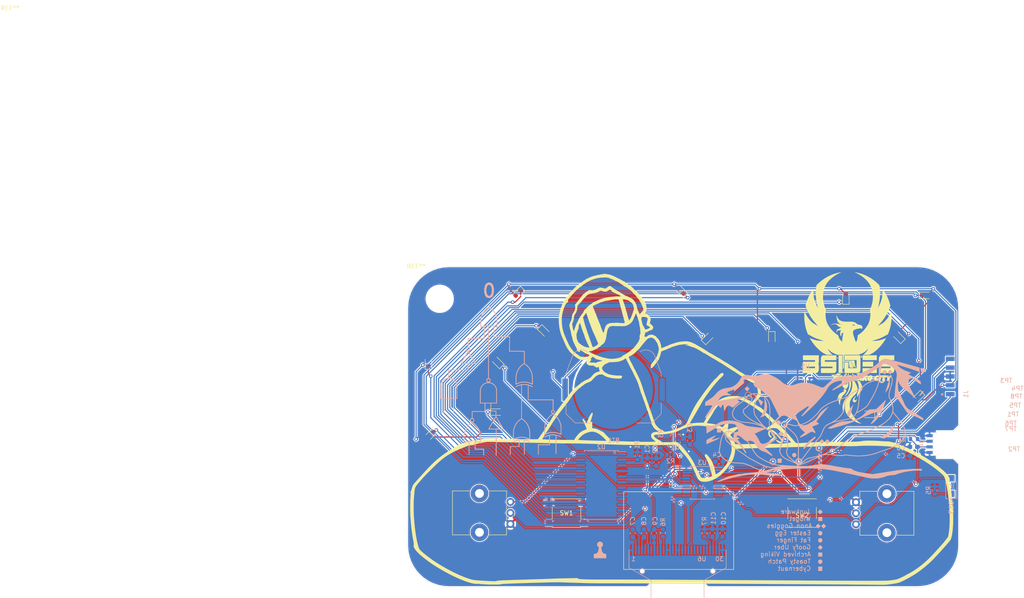
<source format=kicad_pcb>
(kicad_pcb (version 20171130) (host pcbnew "(5.1.10-1-10_14)")
  (layers (0 F.Cu signal) (31 B.Cu signal) (34 B.Paste user) (35 F.Paste user) (36 B.SilkS user) (37 F.SilkS user) (38 B.Mask user) (39 F.Mask user) (44 Edge.Cuts user))
  (net 0 "")
  (net 1 GND)
  (net 2 +3V3)
  (net 3 VCC)
  (net 4 "Net-(C7-Pad2)")
  (net 5 "Net-(C7-Pad1)")
  (net 6 "Net-(C8-Pad2)")
  (net 7 "Net-(C8-Pad1)")
  (net 8 "Net-(D1-Pad1)")
  (net 9 "Net-(D2-Pad1)")
  (net 10 "Net-(D3-Pad1)")
  (net 11 "Net-(D4-Pad1)")
  (net 12 "Net-(D5-Pad1)")
  (net 13 "Net-(D6-Pad1)")
  (net 14 "Net-(D7-Pad1)")
  (net 15 "Net-(D8-Pad1)")
  (net 16 "Net-(D9-Pad1)")
  (net 17 "Net-(D10-Pad1)")
  (net 18 "Net-(D11-Pad1)")
  (net 19 "Net-(D12-Pad1)")
  (net 20 RST)
  (net 21 BTN1)
  (net 22 BTN2)
  (net 23 "Net-(R1-Pad2)")
  (net 24 SCL)
  (net 25 SDA)
  (net 26 "Net-(R4-Pad2)")
  (net 27 "Net-(R7-Pad2)")
  (net 28 ANA1)
  (net 29 ANA2)
  (net 30 TOUT1)
  (net 31 TOUT2)
  (net 32 TIN)
  (net 33 "Net-(U1-Pad3)")
  (net 34 "Net-(U1-Pad8)")
  (net 35 ExInt)
  (net 36 "Net-(U1-Pad6)")
  (net 37 "Net-(U1-Pad11)")
  (net 38 "Net-(U6-Pad7)")
  (net 39 "Net-(U6-Pad17)")
  (net 40 "Net-(U6-Pad21)")
  (net 41 "Net-(U6-Pad22)")
  (net 42 "Net-(U6-Pad23)")
  (net 43 "Net-(U6-Pad24)")
  (net 44 "Net-(U6-Pad25)")
  (net 45 "Net-(D13-PadA)")
  (net 46 "Net-(D13-PadC)")
  (net 47 LCD_RST)
  (net 48 "Net-(U3-Pad12)")
  (net 49 "Net-(C10-Pad1)")
  (net 50 "Net-(C11-Pad1)")
  (net 51 "Net-(R6-Pad1)")
  (net 52 "Net-(U3-Pad10)")
  (net 53 "Net-(U2-Pad9)")
  (net 54 "Net-(U2-Pad8)")
  (net 55 "Net-(U2-Pad7)")
  (net 56 "Net-(D14-Pad1)")
  (net 57 "Net-(D15-Pad1)")
  (net 58 "Net-(D16-Pad1)")
  (module Package_SO:SSOP-20_5.3x7.2mm_P0.65mm (layer B.Cu) (at 156.718 107.95 180)
    (fp_text reference U3 (at 0 4.572 180) (layer B.SilkS) (effects (justify mirror)))
    (fp_text value PIC16LF18346-xGZ)
    (pad 20 smd roundrect (at 3.6 2.925 180) (size 1.75 0.45) (layers B.Cu B.Paste B.Mask) (net 1 GND))
    (pad 19 smd roundrect (at 3.6 2.275 180) (size 1.75 0.45) (layers B.Cu B.Paste B.Mask) (net 21 BTN1))
    (pad 18 smd roundrect (at 3.6 1.625 180) (size 1.75 0.45) (layers B.Cu B.Paste B.Mask) (net 22 BTN2))
    (pad 17 smd roundrect (at 3.6 0.975 180) (size 1.75 0.45) (layers B.Cu B.Paste B.Mask) (net 35 ExInt))
    (pad 16 smd roundrect (at 3.6 0.325 180) (size 1.75 0.45) (layers B.Cu B.Paste B.Mask) (net 24 SCL))
    (pad 15 smd roundrect (at 3.6 -0.325 180) (size 1.75 0.45) (layers B.Cu B.Paste B.Mask) (net 25 SDA))
    (pad 14 smd roundrect (at 3.6 -0.975 180) (size 1.75 0.45) (layers B.Cu B.Paste B.Mask) (net 3 VCC))
    (pad 13 smd roundrect (at 3.6 -1.625 180) (size 1.75 0.45) (layers B.Cu B.Paste B.Mask))
    (pad 12 smd roundrect (at 3.6 -2.275 180) (size 1.75 0.45) (layers B.Cu B.Paste B.Mask) (net 48 "Net-(U3-Pad12)"))
    (pad 11 smd roundrect (at 3.6 -2.925 180) (size 1.75 0.45) (layers B.Cu B.Paste B.Mask) (net 47 LCD_RST))
    (pad 10 smd roundrect (at -3.6 -2.925 180) (size 1.75 0.45) (layers B.Cu B.Paste B.Mask) (net 52 "Net-(U3-Pad10)"))
    (pad 9 smd roundrect (at -3.6 -2.275 180) (size 1.75 0.45) (layers B.Cu B.Paste B.Mask) (net 31 TOUT2))
    (pad 8 smd roundrect (at -3.6 -1.625 180) (size 1.75 0.45) (layers B.Cu B.Paste B.Mask) (net 30 TOUT1))
    (pad 7 smd roundrect (at -3.6 -0.975 180) (size 1.75 0.45) (layers B.Cu B.Paste B.Mask) (net 26 "Net-(R4-Pad2)"))
    (pad 6 smd roundrect (at -3.6 -0.325 180) (size 1.75 0.45) (layers B.Cu B.Paste B.Mask) (net 45 "Net-(D13-PadA)"))
    (pad 5 smd roundrect (at -3.6 0.325 180) (size 1.75 0.45) (layers B.Cu B.Paste B.Mask) (net 32 TIN))
    (pad 4 smd roundrect (at -3.6 0.975 180) (size 1.75 0.45) (layers B.Cu B.Paste B.Mask) (net 20 RST))
    (pad 3 smd roundrect (at -3.6 1.625 180) (size 1.75 0.45) (layers B.Cu B.Paste B.Mask) (net 28 ANA1))
    (pad 2 smd roundrect (at -3.6 2.275 180) (size 1.75 0.45) (layers B.Cu B.Paste B.Mask) (net 29 ANA2))
    (pad 1 smd roundrect (at -3.6 2.925 180) (size 1.75 0.45) (layers B.Cu B.Paste B.Mask) (net 2 +3V3))
  )
  (module Grange:SSD1306_ribbon (layer B.Cu) (at 151.13 123.19)
    (fp_text reference U6 (at 5.5 2) (layer B.SilkS) (effects (justify mirror)))
    (fp_text value OLED_128x64)
    (fp_text user 1 (at -10 2) (layer B.SilkS) (effects (justify mirror)))
    (fp_text user 30 (at 9.5 2) (layer B.SilkS) (effects (justify mirror)))
    (pad "" np_thru_hole circle (at 8 4.75) (size 0.8 0.8) (drill 0.8) (layers *.Cu *.Mask))
    (pad 30 smd rect (at 10.15 0) (size 0.4 2) (layers B.Cu B.Paste B.Mask) (net 1 GND))
    (pad 29 smd rect (at 9.45 0) (size 0.4 2) (layers B.Cu B.Paste B.Mask) (net 1 GND))
    (pad 28 smd rect (at 8.75 0) (size 0.4 2) (layers B.Cu B.Paste B.Mask) (net 49 "Net-(C10-Pad1)"))
    (pad 27 smd rect (at 8.05 0) (size 0.4 2) (layers B.Cu B.Paste B.Mask) (net 50 "Net-(C11-Pad1)"))
    (pad 26 smd rect (at 7.35 0) (size 0.4 2) (layers B.Cu B.Paste B.Mask) (net 27 "Net-(R7-Pad2)"))
    (pad 25 smd rect (at 6.65 0) (size 0.4 2) (layers B.Cu B.Paste B.Mask) (net 44 "Net-(U6-Pad25)"))
    (pad 24 smd rect (at 5.95 0) (size 0.4 2) (layers B.Cu B.Paste B.Mask) (net 43 "Net-(U6-Pad24)"))
    (pad 23 smd rect (at 5.25 0) (size 0.4 2) (layers B.Cu B.Paste B.Mask) (net 42 "Net-(U6-Pad23)"))
    (pad 22 smd rect (at 4.55 0) (size 0.4 2) (layers B.Cu B.Paste B.Mask) (net 41 "Net-(U6-Pad22)"))
    (pad 21 smd rect (at 3.85 0) (size 0.4 2) (layers B.Cu B.Paste B.Mask) (net 40 "Net-(U6-Pad21)"))
    (pad 20 smd rect (at 3.15 0) (size 0.4 2) (layers B.Cu B.Paste B.Mask) (net 25 SDA))
    (pad 19 smd rect (at 2.45 0) (size 0.4 2) (layers B.Cu B.Paste B.Mask) (net 25 SDA))
    (pad 18 smd rect (at 1.75 0) (size 0.4 2) (layers B.Cu B.Paste B.Mask) (net 24 SCL))
    (pad 17 smd rect (at 1.05 0) (size 0.4 2) (layers B.Cu B.Paste B.Mask) (net 39 "Net-(U6-Pad17)"))
    (pad 14 smd rect (at -1.05 0) (size 0.4 2) (layers B.Cu B.Paste B.Mask) (net 47 LCD_RST))
    (pad 13 smd rect (at -1.7 0) (size 0.4 2) (layers B.Cu B.Paste B.Mask) (net 1 GND))
    (pad 12 smd rect (at -2.45 0) (size 0.4 2) (layers B.Cu B.Paste B.Mask) (net 1 GND))
    (pad 11 smd rect (at -3.15 0) (size 0.4 2) (layers B.Cu B.Paste B.Mask) (net 51 "Net-(R6-Pad1)"))
    (pad 10 smd rect (at -3.85 0) (size 0.4 2) (layers B.Cu B.Paste B.Mask) (net 1 GND))
    (pad 9 smd rect (at -4.55 0) (size 0.4 2) (layers B.Cu B.Paste B.Mask) (net 2 +3V3))
    (pad 8 smd rect (at -5.25 0) (size 0.4 2) (layers B.Cu B.Paste B.Mask) (net 1 GND))
    (pad 7 smd rect (at -5.95 0) (size 0.4 2) (layers B.Cu B.Paste B.Mask) (net 38 "Net-(U6-Pad7)"))
    (pad 6 smd rect (at -6.65 0) (size 0.4 2) (layers B.Cu B.Paste B.Mask) (net 2 +3V3))
    (pad 5 smd rect (at -7.35 0) (size 0.4 2) (layers B.Cu B.Paste B.Mask) (net 6 "Net-(C8-Pad2)"))
    (pad 4 smd rect (at -8.05 0) (size 0.4 2) (layers B.Cu B.Paste B.Mask) (net 7 "Net-(C8-Pad1)"))
    (pad 3 smd rect (at -8.75 0) (size 0.4 2) (layers B.Cu B.Paste B.Mask) (net 4 "Net-(C7-Pad2)"))
    (pad 2 smd rect (at -9.45 0) (size 0.4 2) (layers B.Cu B.Paste B.Mask) (net 5 "Net-(C7-Pad1)"))
    (pad 1 smd rect (at -10.15 0) (size 0.4 2) (layers B.Cu B.Paste B.Mask) (net 1 GND))
    (pad 16 smd rect (at 0.35 0) (size 0.4 2) (layers B.Cu B.Paste B.Mask) (net 1 GND))
    (pad 15 smd rect (at -0.35 0) (size 0.4 2) (layers B.Cu B.Paste B.Mask) (net 1 GND))
    (pad "" np_thru_hole circle (at -8 4.75) (size 0.8 0.8) (drill 0.8) (layers *.Cu *.Mask))
  )
  (module LED_SMD:LED_0603_1608Metric (layer F.Cu) (at 205.534847 88.597153 225)
    (fp_text reference D7 hide)
    (fp_text value LED)
    (pad 1 smd roundrect (at -0.7875 0 225) (size 0.875 0.95) (layers F.Cu F.Paste F.Mask) (net 14 "Net-(D7-Pad1)"))
    (pad 2 smd roundrect (at 0.7875 0 225) (size 0.875 0.95) (layers F.Cu F.Paste F.Mask) (net 2 +3V3))
  )
  (module Documents:logo_pheonix (layer F.Cu) (at 185.928 77.216)
    (fp_text reference Ref** hide)
    (fp_text value Val** hide)
  )
  (module Documents:tree (layer B.Cu) (at 110.49 84.582 180)
    (fp_text reference Ref** hide)
    (fp_text value Val** hide)
  )
  (module LED_SMD:LED_0603_1608Metric (layer F.Cu) (at 110.284847 80.566847 135)
    (fp_text reference D16 hide)
    (fp_text value LED)
    (pad 2 smd roundrect (at 0.7875 0 135) (size 0.875 0.95) (layers F.Cu F.Paste F.Mask) (net 2 +3V3))
    (pad 1 smd roundrect (at -0.7875 0 135) (size 0.875 0.95) (layers F.Cu F.Paste F.Mask) (net 58 "Net-(D16-Pad1)"))
  )
  (module LED_SMD:LED_0603_1608Metric (layer F.Cu) (at 207.2895 65.532)
    (fp_text reference D15 hide)
    (fp_text value LED)
    (pad 2 smd roundrect (at 0.7875 0) (size 0.875 0.95) (layers F.Cu F.Paste F.Mask) (net 2 +3V3))
    (pad 1 smd roundrect (at -0.7875 0) (size 0.875 0.95) (layers F.Cu F.Paste F.Mask) (net 57 "Net-(D15-Pad1)"))
  )
  (module LED_SMD:LED_0603_1608Metric (layer F.Cu) (at 194.2845 92.456 180)
    (fp_text reference D14 hide)
    (fp_text value LED)
    (pad 2 smd roundrect (at 0.7875 0 180) (size 0.875 0.95) (layers F.Cu F.Paste F.Mask) (net 2 +3V3))
    (pad 1 smd roundrect (at -0.7875 0 180) (size 0.875 0.95) (layers F.Cu F.Paste F.Mask) (net 56 "Net-(D14-Pad1)"))
  )
  (module Package_SO:SOP-24_7.5x15.4mm_P1.27mm (layer B.Cu) (at 133.858 108.458 180)
    (fp_text reference U2 (at 0 8.65) (layer B.SilkS) (effects (justify mirror)))
    (fp_text value IS31FL3218-GR)
    (pad 24 smd roundrect (at 4.65 6.985 180) (size 2 0.55) (layers B.Cu B.Paste B.Mask) (net 3 VCC))
    (pad 23 smd roundrect (at 4.65 5.715 180) (size 2 0.55) (layers B.Cu B.Paste B.Mask) (net 8 "Net-(D1-Pad1)"))
    (pad 22 smd roundrect (at 4.65 4.445 180) (size 2 0.55) (layers B.Cu B.Paste B.Mask) (net 9 "Net-(D2-Pad1)"))
    (pad 21 smd roundrect (at 4.65 3.175 180) (size 2 0.55) (layers B.Cu B.Paste B.Mask) (net 10 "Net-(D3-Pad1)"))
    (pad 20 smd roundrect (at 4.65 1.905 180) (size 2 0.55) (layers B.Cu B.Paste B.Mask) (net 11 "Net-(D4-Pad1)"))
    (pad 19 smd roundrect (at 4.65 0.635 180) (size 2 0.55) (layers B.Cu B.Paste B.Mask) (net 12 "Net-(D5-Pad1)"))
    (pad 18 smd roundrect (at 4.65 -0.635 180) (size 2 0.55) (layers B.Cu B.Paste B.Mask) (net 13 "Net-(D6-Pad1)"))
    (pad 17 smd roundrect (at 4.65 -1.905 180) (size 2 0.55) (layers B.Cu B.Paste B.Mask) (net 14 "Net-(D7-Pad1)"))
    (pad 16 smd roundrect (at 4.65 -3.175 180) (size 2 0.55) (layers B.Cu B.Paste B.Mask) (net 15 "Net-(D8-Pad1)"))
    (pad 15 smd roundrect (at 4.65 -4.445 180) (size 2 0.55) (layers B.Cu B.Paste B.Mask) (net 16 "Net-(D9-Pad1)"))
    (pad 14 smd roundrect (at 4.65 -5.715 180) (size 2 0.55) (layers B.Cu B.Paste B.Mask) (net 17 "Net-(D10-Pad1)"))
    (pad 13 smd roundrect (at 4.65 -6.985 180) (size 2 0.55) (layers B.Cu B.Paste B.Mask) (net 18 "Net-(D11-Pad1)"))
    (pad 12 smd roundrect (at -4.65 -6.985 180) (size 2 0.55) (layers B.Cu B.Paste B.Mask) (net 19 "Net-(D12-Pad1)"))
    (pad 11 smd roundrect (at -4.65 -5.715 180) (size 2 0.55) (layers B.Cu B.Paste B.Mask) (net 57 "Net-(D15-Pad1)"))
    (pad 10 smd roundrect (at -4.65 -4.445 180) (size 2 0.55) (layers B.Cu B.Paste B.Mask) (net 56 "Net-(D14-Pad1)"))
    (pad 9 smd roundrect (at -4.65 -3.175 180) (size 2 0.55) (layers B.Cu B.Paste B.Mask) (net 53 "Net-(U2-Pad9)"))
    (pad 8 smd roundrect (at -4.65 -1.905 180) (size 2 0.55) (layers B.Cu B.Paste B.Mask) (net 54 "Net-(U2-Pad8)"))
    (pad 7 smd roundrect (at -4.65 -0.635 180) (size 2 0.55) (layers B.Cu B.Paste B.Mask) (net 55 "Net-(U2-Pad7)"))
    (pad 6 smd roundrect (at -4.65 0.635 180) (size 2 0.55) (layers B.Cu B.Paste B.Mask) (net 24 SCL))
    (pad 5 smd roundrect (at -4.65 1.905 180) (size 2 0.55) (layers B.Cu B.Paste B.Mask) (net 25 SDA))
    (pad 4 smd roundrect (at -4.65 3.175 180) (size 2 0.55) (layers B.Cu B.Paste B.Mask) (net 1 GND))
    (pad 3 smd roundrect (at -4.65 4.445 180) (size 2 0.55) (layers B.Cu B.Paste B.Mask) (net 2 +3V3))
    (pad 2 smd roundrect (at -4.65 5.715 180) (size 2 0.55) (layers B.Cu B.Paste B.Mask) (net 23 "Net-(R1-Pad2)"))
    (pad 1 smd roundrect (at -4.65 6.985 180) (size 2 0.55) (layers B.Cu B.Paste B.Mask) (net 58 "Net-(D16-Pad1)"))
  )
  (module Grange:Batt_Conn5 (layer B.Cu) (at 212.852 87.884 90)
    (fp_text reference J1 (at 0 3.556 90) (layer B.SilkS) (effects (justify mirror)))
    (fp_text value Conn_PIC_ICSP_ICD)
    (fp_text user * (at -0.05 -1.524 90) (layer B.SilkS) (effects (justify mirror)))
    (pad 5 smd rect (at 8 0 90) (size 1 2) (layers B.Cu B.Paste B.Mask) (net 22 BTN2))
    (pad 4 smd rect (at 6 0 90) (size 1 2) (layers B.Cu B.Paste B.Mask) (net 21 BTN1))
    (pad 3 smd rect (at 4 0 90) (size 1 2) (layers B.Cu B.Paste B.Mask) (net 1 GND))
    (pad 2 smd rect (at 2 0 90) (size 1 2) (layers B.Cu B.Paste B.Mask) (net 2 +3V3))
    (pad 1 smd rect (at 0 0 90) (size 1 2) (layers B.Cu B.Paste B.Mask) (net 20 RST))
  )
  (module Package_TO_SOT_SMD:SOT-353_SC-70-5 (layer B.Cu) (at 180.086 83.566 180)
    (fp_text reference U5 (at 0 2) (layer B.SilkS) (effects (justify mirror)))
    (fp_text value 74LVC1G00)
    (pad 5 smd rect (at 0.95 0.65 180) (size 0.65 0.4) (layers B.Cu B.Paste B.Mask) (net 3 VCC))
    (pad 4 smd rect (at 0.95 -0.65 180) (size 0.65 0.4) (layers B.Cu B.Paste B.Mask) (net 32 TIN))
    (pad 2 smd rect (at -0.95 0 180) (size 0.65 0.4) (layers B.Cu B.Paste B.Mask) (net 30 TOUT1))
    (pad 3 smd rect (at -0.95 -0.65 180) (size 0.65 0.4) (layers B.Cu B.Paste B.Mask) (net 1 GND))
    (pad 1 smd rect (at -0.95 0.65 180) (size 0.65 0.4) (layers B.Cu B.Paste B.Mask) (net 31 TOUT2))
  )
  (module TestPoint:TestPoint_Pad_D1.0mm (layer B.Cu) (at 162.052 96.266 180)
    (fp_text reference TP6 (at -64.516 1.778) (layer B.SilkS) (effects (justify mirror)))
    (fp_text value vccb)
    (pad 1 smd circle (at 0 0 180) (size 1 1) (layers B.Cu B.Mask) (net 3 VCC))
  )
  (module Documents:mtn2 (layer B.Cu) (at 182.372 92.71 180)
    (fp_text reference Ref** hide)
    (fp_text value Val** hide)
  )
  (module Grange:boarder (layer F.Cu) (at 151.892 82.296)
    (fp_text reference Ref** hide)
    (fp_text value Val** hide)
  )
  (module Button_Switch_SMD:SW_SPST_PTS645 (layer F.Cu) (at 179.324 114.808)
    (fp_text reference SW2 (at 0 0.508) (layer F.SilkS))
    (fp_text value SW_Push)
    (pad 2 smd rect (at 3.98 2.25) (size 1.55 1.3) (layers F.Cu F.Paste F.Mask) (net 1 GND))
    (pad 1 smd rect (at 3.98 -2.25) (size 1.55 1.3) (layers F.Cu F.Paste F.Mask) (net 22 BTN2))
    (pad 1 smd rect (at -3.98 -2.25) (size 1.55 1.3) (layers F.Cu F.Paste F.Mask) (net 22 BTN2))
    (pad 2 smd rect (at -3.98 2.25) (size 1.55 1.3) (layers F.Cu F.Paste F.Mask) (net 1 GND))
  )
  (module Button_Switch_SMD:SW_SPST_PTS645 (layer F.Cu) (at 125.984 114.808 180)
    (fp_text reference SW1 (at 0 0) (layer F.SilkS))
    (fp_text value SW_Push)
    (pad 2 smd rect (at 3.98 2.25 180) (size 1.55 1.3) (layers F.Cu F.Paste F.Mask) (net 1 GND))
    (pad 1 smd rect (at 3.98 -2.25 180) (size 1.55 1.3) (layers F.Cu F.Paste F.Mask) (net 21 BTN1))
    (pad 1 smd rect (at -3.98 -2.25 180) (size 1.55 1.3) (layers F.Cu F.Paste F.Mask) (net 21 BTN1))
    (pad 2 smd rect (at -3.98 2.25 180) (size 1.55 1.3) (layers F.Cu F.Paste F.Mask) (net 1 GND))
  )
  (module Resistor_SMD:R_0603_1608Metric (layer B.Cu) (at 147.828 119.317 90)
    (fp_text reference R6 (at 2.477 0 90) (layer B.SilkS) (effects (justify mirror)))
    (fp_text value 4.7K)
    (pad 2 smd roundrect (at 0.825 0 90) (size 0.8 0.95) (layers B.Cu B.Paste B.Mask) (net 2 +3V3))
    (pad 1 smd roundrect (at -0.825 0 90) (size 0.8 0.95) (layers B.Cu B.Paste B.Mask) (net 51 "Net-(R6-Pad1)"))
  )
  (module Grange:TSOP392TR1 (layer B.Cu) (at 208.534 101.092 90)
    (fp_text reference U4 (at 2.1 -2.1 -90) (layer B.SilkS) (effects (justify mirror)))
    (fp_text value TSOP39xx)
    (pad 4 smd rect (at 3.81 -0.35 90) (size 0.7 1.4) (layers B.Cu B.Paste B.Mask) (net 1 GND))
    (pad 3 smd rect (at 2.54 -0.35 90) (size 0.7 1.4) (layers B.Cu B.Paste B.Mask) (net 26 "Net-(R4-Pad2)"))
    (pad 2 smd rect (at 1.27 -0.35 90) (size 0.7 1.4) (layers B.Cu B.Paste B.Mask) (net 3 VCC))
    (pad 1 smd rect (at 0 -0.35 90) (size 0.7 1.4) (layers B.Cu B.Paste B.Mask) (net 1 GND))
  )
  (module Battery:BatteryHolder_Keystone_3034_1x20mm (layer B.Cu) (at 136.652 86.868)
    (fp_text reference BT1 (at 0 11.5) (layer B.SilkS) (effects (justify mirror)))
    (fp_text value Battery_Cell)
    (pad 2 smd circle (at 0 0) (size 17.8 17.8) (layers B.Cu B.Mask) (net 1 GND))
    (pad 1 smd rect (at 10.985 0) (size 1.27 5.08) (layers B.Cu B.Paste B.Mask) (net 2 +3V3))
    (pad 1 smd rect (at -10.985 0) (size 1.27 5.08) (layers B.Cu B.Paste B.Mask) (net 2 +3V3))
  )
  (module Grange:plum (layer B.Cu) (at 132.08 125.73 180)
    (fp_text reference Ref** hide)
    (fp_text value Val** hide)
  )
  (module MountingHole:MountingHole_6mm (layer F.Cu) (at 97.282 66.294)
    (fp_text reference REF** (at -5.334 -7.366) (layer F.SilkS))
    (fp_text value MountingHole_6mm)
    (pad 1 np_thru_hole circle (at 0 0) (size 6 6) (drill 6) (layers *.Cu *.Mask))
  )
  (module Plum (layer F.Cu) (at 0 0)
    (fp_text reference REF** (at 0 0.5) (layer F.SilkS))
    (fp_text value Plum)
  )
  (module Capacitor_SMD:C_0603_1608Metric_Pad1.08x0.95mm_HandSolder (layer B.Cu) (at 144.272 103.2245 90)
    (fp_text reference C1 (at 2.8945 0 90) (layer B.SilkS) (effects (justify mirror)))
    (fp_text value .1uf)
    (pad 1 smd roundrect (at -0.8625 0 90) (size 1.075 0.95) (layers B.Cu B.Paste B.Mask) (net 2 +3V3))
    (pad 2 smd roundrect (at 0.8625 0 90) (size 1.075 0.95) (layers B.Cu B.Paste B.Mask) (net 1 GND))
  )
  (module Capacitor_SMD:C_0603_1608Metric_Pad1.08x0.95mm_HandSolder (layer B.Cu) (at 146.304 103.2775 270)
    (fp_text reference C2 (at -2.9475 0.254 90) (layer B.SilkS) (effects (justify mirror)))
    (fp_text value 1uf)
    (pad 2 smd roundrect (at 0.8625 0 270) (size 1.075 0.95) (layers B.Cu B.Paste B.Mask) (net 2 +3V3))
    (pad 1 smd roundrect (at -0.8625 0 270) (size 1.075 0.95) (layers B.Cu B.Paste B.Mask) (net 1 GND))
  )
  (module Capacitor_SMD:C_0603_1608Metric_Pad1.08x0.95mm_HandSolder (layer B.Cu) (at 153.924 98.3985 270)
    (fp_text reference C3 (at -2.8945 0 270) (layer B.SilkS) (effects (justify mirror)))
    (fp_text value .1uf)
    (pad 1 smd roundrect (at -0.8625 0 270) (size 1.075 0.95) (layers B.Cu B.Paste B.Mask) (net 1 GND))
    (pad 2 smd roundrect (at 0.8625 0 270) (size 1.075 0.95) (layers B.Cu B.Paste B.Mask) (net 2 +3V3))
  )
  (module Capacitor_SMD:C_0603_1608Metric_Pad1.08x0.95mm_HandSolder (layer B.Cu) (at 160.528 103.124 180)
    (fp_text reference C4 (at 0.508 1.524) (layer B.SilkS) (effects (justify mirror)))
    (fp_text value .1uf)
    (pad 1 smd roundrect (at -0.8625 0 180) (size 1.075 0.95) (layers B.Cu B.Paste B.Mask) (net 1 GND))
    (pad 2 smd roundrect (at 0.8625 0 180) (size 1.075 0.95) (layers B.Cu B.Paste B.Mask) (net 2 +3V3))
  )
  (module Capacitor_SMD:C_0603_1608Metric_Pad1.08x0.95mm_HandSolder (layer B.Cu) (at 204.6235 101.854)
    (fp_text reference C5 (at -2.9475 0) (layer B.SilkS) (effects (justify mirror)))
    (fp_text value .1uf)
    (pad 2 smd roundrect (at 0.8625 0) (size 1.075 0.95) (layers B.Cu B.Paste B.Mask) (net 3 VCC))
    (pad 1 smd roundrect (at -0.8625 0) (size 1.075 0.95) (layers B.Cu B.Paste B.Mask) (net 1 GND))
  )
  (module Capacitor_SMD:C_0603_1608Metric_Pad1.08x0.95mm_HandSolder (layer B.Cu) (at 204.5705 99.822)
    (fp_text reference C6 (at -2.8945 0.254) (layer B.SilkS) (effects (justify mirror)))
    (fp_text value 10uf)
    (pad 1 smd roundrect (at -0.8625 0) (size 1.075 0.95) (layers B.Cu B.Paste B.Mask) (net 1 GND))
    (pad 2 smd roundrect (at 0.8625 0) (size 1.075 0.95) (layers B.Cu B.Paste B.Mask) (net 3 VCC))
  )
  (module Capacitor_SMD:C_0603_1608Metric_Pad1.08x0.95mm_HandSolder (layer B.Cu) (at 140.97 119.38 90)
    (fp_text reference C7 (at 2.794 0 270) (layer B.SilkS) (effects (justify mirror)))
    (fp_text value 1uf)
    (pad 2 smd roundrect (at 0.8625 0 90) (size 1.075 0.95) (layers B.Cu B.Paste B.Mask) (net 4 "Net-(C7-Pad2)"))
    (pad 1 smd roundrect (at -0.8625 0 90) (size 1.075 0.95) (layers B.Cu B.Paste B.Mask) (net 5 "Net-(C7-Pad1)"))
  )
  (module Capacitor_SMD:C_0603_1608Metric_Pad1.08x0.95mm_HandSolder (layer B.Cu) (at 143.51 119.38 90)
    (fp_text reference C8 (at 2.794 0 270) (layer B.SilkS) (effects (justify mirror)))
    (fp_text value 1uf)
    (pad 2 smd roundrect (at 0.8625 0 90) (size 1.075 0.95) (layers B.Cu B.Paste B.Mask) (net 6 "Net-(C8-Pad2)"))
    (pad 1 smd roundrect (at -0.8625 0 90) (size 1.075 0.95) (layers B.Cu B.Paste B.Mask) (net 7 "Net-(C8-Pad1)"))
  )
  (module Capacitor_SMD:C_0603_1608Metric_Pad1.08x0.95mm_HandSolder (layer B.Cu) (at 145.796 119.38 90)
    (fp_text reference C9 (at 2.794 0.254 270) (layer B.SilkS) (effects (justify mirror)))
    (fp_text value 1uf)
    (pad 1 smd roundrect (at -0.8625 0 90) (size 1.075 0.95) (layers B.Cu B.Paste B.Mask) (net 1 GND))
    (pad 2 smd roundrect (at 0.8625 0 90) (size 1.075 0.95) (layers B.Cu B.Paste B.Mask) (net 2 +3V3))
  )
  (module Capacitor_SMD:C_0603_1608Metric_Pad1.08x0.95mm_HandSolder (layer B.Cu) (at 161.29 119.2795 90)
    (fp_text reference C10 (at 3.302 0.254 270) (layer B.SilkS) (effects (justify mirror)))
    (fp_text value 2.2uf)
    (pad 2 smd roundrect (at 0.8625 0 90) (size 1.075 0.95) (layers B.Cu B.Paste B.Mask) (net 1 GND))
    (pad 1 smd roundrect (at -0.8625 0 90) (size 1.075 0.95) (layers B.Cu B.Paste B.Mask) (net 49 "Net-(C10-Pad1)"))
  )
  (module Capacitor_SMD:C_0603_1608Metric_Pad1.08x0.95mm_HandSolder (layer B.Cu) (at 159.004 119.2795 90)
    (fp_text reference C11 (at 3.302 0.254 270) (layer B.SilkS) (effects (justify mirror)))
    (fp_text value 4.7uf)
    (pad 1 smd roundrect (at -0.8625 0 90) (size 1.075 0.95) (layers B.Cu B.Paste B.Mask) (net 50 "Net-(C11-Pad1)"))
    (pad 2 smd roundrect (at 0.8625 0 90) (size 1.075 0.95) (layers B.Cu B.Paste B.Mask) (net 1 GND))
  )
  (module LED_SMD:LED_0603_1608Metric (layer F.Cu) (at 110.236 91.948)
    (fp_text reference D1 hide)
    (fp_text value LED)
    (pad 2 smd roundrect (at 0.7875 0) (size 0.875 0.95) (layers F.Cu F.Paste F.Mask) (net 2 +3V3))
    (pad 1 smd roundrect (at -0.7875 0) (size 0.875 0.95) (layers F.Cu F.Paste F.Mask) (net 8 "Net-(D1-Pad1)"))
  )
  (module LED_SMD:LED_0603_1608Metric (layer F.Cu) (at 120.952847 73.708847 315)
    (fp_text reference D2 hide)
    (fp_text value LED)
    (pad 1 smd roundrect (at -0.7875 0 315) (size 0.875 0.95) (layers F.Cu F.Paste F.Mask) (net 9 "Net-(D2-Pad1)"))
    (pad 2 smd roundrect (at 0.7875 0 315) (size 0.875 0.95) (layers F.Cu F.Paste F.Mask) (net 2 +3V3))
  )
  (module LED_SMD:LED_0603_1608Metric (layer F.Cu) (at 158.036847 75.135153 45)
    (fp_text reference D3 hide)
    (fp_text value LED)
    (pad 2 smd roundrect (at 0.7875 0 45) (size 0.875 0.95) (layers F.Cu F.Paste F.Mask) (net 2 +3V3))
    (pad 1 smd roundrect (at -0.7875 0 45) (size 0.875 0.95) (layers F.Cu F.Paste F.Mask) (net 10 "Net-(D3-Pad1)"))
  )
  (module LED_SMD:LED_0603_1608Metric (layer F.Cu) (at 172.466 75.2095 270)
    (fp_text reference D4 hide)
    (fp_text value LED)
    (pad 1 smd roundrect (at -0.7875 0 270) (size 0.875 0.95) (layers F.Cu F.Paste F.Mask) (net 11 "Net-(D4-Pad1)"))
    (pad 2 smd roundrect (at 0.7875 0 270) (size 0.875 0.95) (layers F.Cu F.Paste F.Mask) (net 2 +3V3))
  )
  (module LED_SMD:LED_0603_1608Metric (layer F.Cu) (at 179.8065 88.646 315)
    (fp_text reference D5 hide)
    (fp_text value LED)
    (pad 1 smd roundrect (at -0.7875 0 315) (size 0.875 0.95) (layers F.Cu F.Paste F.Mask) (net 12 "Net-(D5-Pad1)"))
    (pad 2 smd roundrect (at 0.7875 0 315) (size 0.875 0.95) (layers F.Cu F.Paste F.Mask) (net 2 +3V3))
  )
  (module LED_SMD:LED_0603_1608Metric (layer F.Cu) (at 201.119153 74.881153 135)
    (fp_text reference D6 hide)
    (fp_text value LED)
    (pad 2 smd roundrect (at 0.7875 0 135) (size 0.875 0.95) (layers F.Cu F.Paste F.Mask) (net 2 +3V3))
    (pad 1 smd roundrect (at -0.7875 0 135) (size 0.875 0.95) (layers F.Cu F.Paste F.Mask) (net 13 "Net-(D6-Pad1)"))
  )
  (module LED_SMD:LED_0603_1608Metric (layer F.Cu) (at 189.23 66.04 90)
    (fp_text reference D8 hide)
    (fp_text value LED)
    (pad 2 smd roundrect (at 0.7875 0 90) (size 0.875 0.95) (layers F.Cu F.Paste F.Mask) (net 2 +3V3))
    (pad 1 smd roundrect (at -0.7875 0 90) (size 0.875 0.95) (layers F.Cu F.Paste F.Mask) (net 15 "Net-(D8-Pad1)"))
  )
  (module LED_SMD:LED_0603_1608Metric (layer F.Cu) (at 151.892 64.516 135)
    (fp_text reference D9 hide)
    (fp_text value LED)
    (pad 1 smd roundrect (at -0.7875 0 135) (size 0.875 0.95) (layers F.Cu F.Paste F.Mask) (net 16 "Net-(D9-Pad1)"))
    (pad 2 smd roundrect (at 0.7875 0 135) (size 0.875 0.95) (layers F.Cu F.Paste F.Mask) (net 2 +3V3))
  )
  (module LED_SMD:LED_0603_1608Metric (layer F.Cu) (at 115.0365 65.024 225)
    (fp_text reference D10 hide)
    (fp_text value LED)
    (pad 2 smd roundrect (at 0.7875 0 225) (size 0.875 0.95) (layers F.Cu F.Paste F.Mask) (net 2 +3V3))
    (pad 1 smd roundrect (at -0.7875 0 225) (size 0.875 0.95) (layers F.Cu F.Paste F.Mask) (net 17 "Net-(D10-Pad1)"))
  )
  (module LED_SMD:LED_0603_1608Metric (layer F.Cu) (at 94.7165 80.772 90)
    (fp_text reference D11 hide)
    (fp_text value LED)
    (pad 1 smd roundrect (at -0.7875 0 90) (size 0.875 0.95) (layers F.Cu F.Paste F.Mask) (net 18 "Net-(D11-Pad1)"))
    (pad 2 smd roundrect (at 0.7875 0 90) (size 0.875 0.95) (layers F.Cu F.Paste F.Mask) (net 2 +3V3))
  )
  (module LED_SMD:LED_0603_1608Metric (layer F.Cu) (at 95.2245 97.028 225)
    (fp_text reference D12 hide)
    (fp_text value LED)
    (pad 2 smd roundrect (at 0.7875 0 225) (size 0.875 0.95) (layers F.Cu F.Paste F.Mask) (net 2 +3V3))
    (pad 1 smd roundrect (at -0.7875 0 225) (size 0.875 0.95) (layers F.Cu F.Paste F.Mask) (net 19 "Net-(D12-Pad1)"))
  )
  (module Resistor_SMD:R_0603_1608Metric (layer B.Cu) (at 142.049 101.854 270)
    (fp_text reference R1 (at -2.54 0.063 90) (layer B.SilkS) (effects (justify mirror)))
    (fp_text value 10K)
    (pad 2 smd roundrect (at 0.825 0 270) (size 0.8 0.95) (layers B.Cu B.Paste B.Mask) (net 23 "Net-(R1-Pad2)"))
    (pad 1 smd roundrect (at -0.825 0 270) (size 0.8 0.95) (layers B.Cu B.Paste B.Mask) (net 1 GND))
  )
  (module Resistor_SMD:R_0603_1608Metric (layer B.Cu) (at 149.543 101.6)
    (fp_text reference R2 (at 0 1.43) (layer B.SilkS) (effects (justify mirror)))
    (fp_text value 4.7K)
    (pad 2 smd roundrect (at 0.825 0) (size 0.8 0.95) (layers B.Cu B.Paste B.Mask) (net 24 SCL))
    (pad 1 smd roundrect (at -0.825 0) (size 0.8 0.95) (layers B.Cu B.Paste B.Mask) (net 2 +3V3))
  )
  (module Resistor_SMD:R_0603_1608Metric (layer B.Cu) (at 147.32 99.251 90)
    (fp_text reference R3 (at 2.477 0 90) (layer B.SilkS) (effects (justify mirror)))
    (fp_text value 4.7K)
    (pad 1 smd roundrect (at -0.825 0 90) (size 0.8 0.95) (layers B.Cu B.Paste B.Mask) (net 2 +3V3))
    (pad 2 smd roundrect (at 0.825 0 90) (size 0.8 0.95) (layers B.Cu B.Paste B.Mask) (net 25 SDA))
  )
  (module Resistor_SMD:R_0603_1608Metric (layer B.Cu) (at 204.661 98.044)
    (fp_text reference R4 (at -2.731 0.254) (layer B.SilkS) (effects (justify mirror)))
    (fp_text value 910K)
    (pad 1 smd roundrect (at -0.825 0) (size 0.8 0.95) (layers B.Cu B.Paste B.Mask) (net 3 VCC))
    (pad 2 smd roundrect (at 0.825 0) (size 0.8 0.95) (layers B.Cu B.Paste B.Mask) (net 26 "Net-(R4-Pad2)"))
  )
  (module Resistor_SMD:R_0603_1608Metric (layer B.Cu) (at 209.359 109.665 270)
    (fp_text reference R5 (at 0 1.43 90) (layer B.SilkS) (effects (justify mirror)))
    (fp_text value 1K)
    (pad 1 smd roundrect (at -0.825 0 270) (size 0.8 0.95) (layers B.Cu B.Paste B.Mask) (net 1 GND))
    (pad 2 smd roundrect (at 0.825 0 270) (size 0.8 0.95) (layers B.Cu B.Paste B.Mask) (net 46 "Net-(D13-PadC)"))
  )
  (module Resistor_SMD:R_0603_1608Metric (layer B.Cu) (at 157.226 119.317 270)
    (fp_text reference R7 (at -2.731 0 270) (layer B.SilkS) (effects (justify mirror)))
    (fp_text value 910K)
    (pad 1 smd roundrect (at -0.825 0 270) (size 0.8 0.95) (layers B.Cu B.Paste B.Mask) (net 1 GND))
    (pad 2 smd roundrect (at 0.825 0 270) (size 0.8 0.95) (layers B.Cu B.Paste B.Mask) (net 27 "Net-(R7-Pad2)"))
  )
  (module Potentiometer_THT:Potentiometer_Bourns_PTV09A-1_Single_Vertical (layer F.Cu) (at 113.284 112.268 180)
    (fp_text reference RV1 hide)
    (fp_text value R_POT_US)
    (pad 3 thru_hole circle (at 0 -5 180) (size 1.8 1.8) (drill 1) (layers *.Cu *.Mask) (net 1 GND))
    (pad 2 thru_hole circle (at 0 -2.5 180) (size 1.8 1.8) (drill 1) (layers *.Cu *.Mask) (net 28 ANA1))
    (pad 1 thru_hole circle (at 0 0 180) (size 1.8 1.8) (drill 1) (layers *.Cu *.Mask) (net 3 VCC))
    (pad "" np_thru_hole circle (at 7 -6.9 180) (size 4 4) (drill 2) (layers *.Cu *.Mask))
    (pad "" np_thru_hole circle (at 7 1.9 180) (size 4 4) (drill 2) (layers *.Cu *.Mask))
  )
  (module Potentiometer_THT:Potentiometer_Bourns_PTV09A-1_Single_Vertical (layer F.Cu) (at 191.516 117.348)
    (fp_text reference RV2 hide)
    (fp_text value R_POT_US)
    (pad "" np_thru_hole circle (at 7 1.9) (size 4 4) (drill 2) (layers *.Cu *.Mask))
    (pad "" np_thru_hole circle (at 7 -6.9) (size 4 4) (drill 2) (layers *.Cu *.Mask))
    (pad 1 thru_hole circle (at 0 0) (size 1.8 1.8) (drill 1) (layers *.Cu *.Mask) (net 3 VCC))
    (pad 2 thru_hole circle (at 0 -2.5) (size 1.8 1.8) (drill 1) (layers *.Cu *.Mask) (net 29 ANA2))
    (pad 3 thru_hole circle (at 0 -5) (size 1.8 1.8) (drill 1) (layers *.Cu *.Mask) (net 1 GND))
  )
  (module Package_LGA:LGA-12_2x2mm_P0.5mm (layer B.Cu) (at 150.622 98.044)
    (fp_text reference U1 (at 0 1.85) (layer B.SilkS) (effects (justify mirror)))
    (fp_text value MC3419)
    (pad 2 smd rect (at -0.7625 0.25) (size 0.375 0.35) (layers B.Cu B.Paste B.Mask) (net 25 SDA))
    (pad 3 smd rect (at -0.7625 -0.25) (size 0.375 0.35) (layers B.Cu B.Paste B.Mask) (net 33 "Net-(U1-Pad3)"))
    (pad 9 smd rect (at 0.7625 0.25) (size 0.375 0.35) (layers B.Cu B.Paste B.Mask) (net 1 GND))
    (pad 8 smd rect (at 0.7625 -0.25) (size 0.375 0.35) (layers B.Cu B.Paste B.Mask) (net 34 "Net-(U1-Pad8)"))
    (pad 4 smd rect (at -0.7625 -0.75) (size 0.375 0.35) (layers B.Cu B.Paste B.Mask) (net 1 GND))
    (pad 7 smd rect (at 0.7625 -0.75) (size 0.375 0.35) (layers B.Cu B.Paste B.Mask) (net 2 +3V3))
    (pad 1 smd rect (at -0.7625 0.75) (size 0.375 0.35) (layers B.Cu B.Paste B.Mask) (net 1 GND))
    (pad 10 smd rect (at 0.7625 0.75) (size 0.375 0.35) (layers B.Cu B.Paste B.Mask) (net 2 +3V3))
    (pad 5 smd rect (at -0.25 -0.7625 270) (size 0.375 0.35) (layers B.Cu B.Paste B.Mask) (net 35 ExInt))
    (pad 6 smd rect (at 0.25 -0.7625 270) (size 0.375 0.35) (layers B.Cu B.Paste B.Mask) (net 36 "Net-(U1-Pad6)"))
    (pad 11 smd rect (at 0.25 0.7625 270) (size 0.375 0.35) (layers B.Cu B.Paste B.Mask) (net 37 "Net-(U1-Pad11)"))
    (pad 12 smd rect (at -0.25 0.7625 270) (size 0.375 0.35) (layers B.Cu B.Paste B.Mask) (net 24 SCL))
  )
  (module TestPoint:TestPoint_Pad_D1.0mm (layer B.Cu) (at 178.562 103.124 180)
    (fp_text reference TP1 (at -48.514 10.668) (layer B.SilkS) (effects (justify mirror)))
    (fp_text value out1A)
    (pad 1 smd circle (at 0 0 180) (size 1 1) (layers B.Cu B.Mask) (net 30 TOUT1))
  )
  (module TestPoint:TestPoint_Pad_D1.0mm (layer B.Cu) (at 183.134 100.076 180)
    (fp_text reference TP2 (at -44.196 -0.254) (layer B.SilkS) (effects (justify mirror)))
    (fp_text value out2a)
    (pad 1 smd circle (at 0 0 180) (size 1 1) (layers B.Cu B.Mask) (net 31 TOUT2))
  )
  (module TestPoint:TestPoint_Pad_D1.0mm (layer B.Cu) (at 197.358 84.582 180)
    (fp_text reference TP3 (at -28.194 -0.254) (layer B.SilkS) (effects (justify mirror)))
    (fp_text value out1b)
    (pad 1 smd circle (at 0 0 180) (size 1 1) (layers B.Cu B.Mask) (net 31 TOUT2))
  )
  (module TestPoint:TestPoint_Pad_D1.0mm (layer B.Cu) (at 175.26 94.742 180)
    (fp_text reference TP4 (at -52.832 8.128) (layer B.SilkS) (effects (justify mirror)))
    (fp_text value out2b)
    (pad 1 smd circle (at 0 0 180) (size 1 1) (layers B.Cu B.Mask) (net 30 TOUT1))
  )
  (module TestPoint:TestPoint_Pad_D1.0mm (layer B.Cu) (at 172.72 103.124 180)
    (fp_text reference TP5 (at -54.864 12.7) (layer B.SilkS) (effects (justify mirror)))
    (fp_text value vcca)
    (pad 1 smd circle (at 0 0 180) (size 1 1) (layers B.Cu B.Mask) (net 3 VCC))
  )
  (module TestPoint:TestPoint_Pad_D1.0mm (layer B.Cu) (at 167.132 88.138 180)
    (fp_text reference TP7 (at -59.436 -7.62) (layer B.SilkS) (effects (justify mirror)))
    (fp_text value inb)
    (pad 1 smd circle (at 0 0 180) (size 1 1) (layers B.Cu B.Mask) (net 32 TIN))
  )
  (module TestPoint:TestPoint_Pad_D1.0mm (layer B.Cu) (at 175.514 98.044 180)
    (fp_text reference TP8 (at -52.324 9.652) (layer B.SilkS) (effects (justify mirror)))
    (fp_text value ina)
    (pad 1 smd circle (at 0 0 180) (size 1 1) (layers B.Cu B.Mask) (net 32 TIN))
  )
  (module DIO_VSMB10940 (layer B.Cu) (at 213.106 108.684 90)
    (fp_text reference D13 (at -4.854 0 90) (layer B.SilkS) (effects (justify mirror)))
    (fp_text value VSMB10940)
    (pad C smd rect (at -1.75 0 90) (size 1.5 1.5) (layers B.Cu B.Paste B.Mask) (net 46 "Net-(D13-PadC)"))
    (pad A smd rect (at 1.75 0 90) (size 1.5 1.5) (layers B.Cu B.Paste B.Mask) (net 45 "Net-(D13-PadA)"))
    (pad 1 smd rect (at 0 -0.65 90) (size 0.9 0.9) (layers B.Cu B.Paste B.Mask))
  )
  (gr_line (start 138.922 127.57) (end 138.922 109.982) (layer F.SilkS) (width 0.12))
  (gr_line (start 163.83 127.57) (end 138.922 127.57) (layer F.SilkS) (width 0.12))
  (gr_line (start 163.83 109.982) (end 163.83 127.57) (layer F.SilkS) (width 0.12))
  (gr_line (start 138.922 109.982) (end 163.83 109.982) (layer F.SilkS) (width 0.12))
  (gr_circle (center 158.75 104.902) (end 159.004 104.902) (layer B.SilkS) (width 0.12))
  (gr_circle (center 136.906 101.092) (end 137.16 101.092) (layer B.SilkS) (width 0.12))
  (gr_text 0 (at 108.458 64.516) (layer B.SilkS) (effects (font (size 3 3) (thickness 0.5)) (justify mirror)))
  (gr_text " ◆  Junkware\n ■  Widget\n◆◆ Anon Goggles \n ●  Easter Egg\n ●  Fat Finger \n ◆  Goofy Uber\n ■  Archived Viking\n ●  Toasty Patch\n ■  Cybernaut" (at 184.912 120.904) (layer B.SilkS) (effects (font (size 1 1)) (justify left mirror)))
  (gr_text ■ (at 160.528 96.012) (layer B.SilkS) (effects (font (size 1 1)) (justify mirror)))
  (gr_text ■ (at 174.244 102.87) (layer B.SilkS) (effects (font (size 1 1)) (justify mirror)))
  (gr_text ◆ (at 166.878 86.614) (layer B.SilkS) (effects (font (size 1 1)) (justify mirror)))
  (gr_text ◆ (at 174.498 96.774) (layer B.SilkS) (effects (font (size 1 1)) (justify mirror)))
  (gr_text ● (at 173.99 94.234) (layer B.SilkS) (effects (font (size 1 1)) (justify mirror)))
  (gr_text ● (at 177.546 101.6) (layer B.SilkS) (effects (font (size 1 1)) (justify mirror)))
  (gr_text ◆◆ (at 184.404 98.552) (layer B.SilkS) (effects (font (size 1 1)) (justify mirror)))
  (gr_text ◆◆ (at 198.628 82.804) (layer B.SilkS) (effects (font (size 1 1)) (justify mirror)))
  (gr_line (start 211.836 111.506) (end 211.836 107.696) (layer B.SilkS) (width 0.12))
  (gr_line (start 214.376 111.506) (end 211.836 111.506) (layer B.SilkS) (width 0.12))
  (gr_line (start 214.376 107.696) (end 214.376 111.506) (layer B.SilkS) (width 0.12))
  (gr_circle (center 149.098 99.568) (end 149.352 99.568) (layer B.SilkS) (width 0.12))
  (gr_line (start 209.804 102.362) (end 209.804 101.6) (layer Edge.Cuts) (width 0.05))
  (gr_line (start 212.598 102.362) (end 209.804 102.362) (layer Edge.Cuts) (width 0.05))
  (gr_line (start 209.804 96.266) (end 209.804 96.774) (layer Edge.Cuts) (width 0.05))
  (gr_line (start 212.598 96.266) (end 209.804 96.266) (layer Edge.Cuts) (width 0.05))
  (gr_line (start 99.568 131.572) (end 99.314 131.572) (layer Edge.Cuts) (width 0.05))
  (gr_line (start 144.272 131.572) (end 99.568 131.572) (layer Edge.Cuts) (width 0.05))
  (gr_line (start 205.486 131.572) (end 157.988 131.572) (layer Edge.Cuts) (width 0.05))
  (gr_line (start 157.226 130.81) (end 157.988 131.572) (layer Edge.Cuts) (width 0.05))
  (gr_line (start 145.034 130.81) (end 157.226 130.81) (layer Edge.Cuts) (width 0.05))
  (gr_line (start 145.034 130.81) (end 144.272 131.572) (layer Edge.Cuts) (width 0.05))
  (gr_line (start 214.884 94.996) (end 214.884 74.676) (layer Edge.Cuts) (width 0.05))
  (gr_line (start 214.884 122.174) (end 214.884 103.632) (layer Edge.Cuts) (width 0.05))
  (gr_line (start 213.614 96.266) (end 214.884 94.996) (layer Edge.Cuts) (width 0.05))
  (gr_line (start 212.598 96.266) (end 213.614 96.266) (layer Edge.Cuts) (width 0.05))
  (gr_line (start 209.042 96.774) (end 209.804 96.774) (layer Edge.Cuts) (width 0.05))
  (gr_line (start 209.042 101.6) (end 209.042 96.774) (layer Edge.Cuts) (width 0.05))
  (gr_line (start 209.296 101.6) (end 209.042 101.6) (layer Edge.Cuts) (width 0.05))
  (gr_line (start 209.804 101.6) (end 209.296 101.6) (layer Edge.Cuts) (width 0.05))
  (gr_line (start 213.614 102.362) (end 212.598 102.362) (layer Edge.Cuts) (width 0.05))
  (gr_line (start 214.884 103.632) (end 213.614 102.362) (layer Edge.Cuts) (width 0.05))
  (gr_line (start 205.486 58.928) (end 199.136 58.928) (layer Edge.Cuts) (width 0.05))
  (gr_line (start 214.884 74.676) (end 214.884 68.326) (layer Edge.Cuts) (width 0.05))
  (gr_line (start 89.916 122.174) (end 89.916 74.168) (layer Edge.Cuts) (width 0.05))
  (gr_line (start 99.314 58.928) (end 105.156 58.928) (layer Edge.Cuts) (width 0.05))
  (gr_line (start 89.916 68.326) (end 89.916 74.168) (layer Edge.Cuts) (width 0.05))
  (gr_arc (start 205.486 68.326) (end 214.884 68.326) (angle -90) (layer Edge.Cuts) (width 0.05))
  (gr_arc (start 99.314 68.326) (end 99.314 58.928) (angle -90) (layer Edge.Cuts) (width 0.05))
  (gr_arc (start 99.314 122.174) (end 89.916 122.174) (angle -90) (layer Edge.Cuts) (width 0.05))
  (gr_arc (start 205.486 122.174) (end 205.486 131.572) (angle -90) (layer Edge.Cuts) (width 0.05))
  (gr_line (start 199.136 58.928) (end 105.156 58.928) (layer Edge.Cuts) (width 0.05))
  (segment (start 143.764 95.25) (end 144.526 94.488) (width 0.25) (layer B.Cu) (net 1))
  (segment (start 160.58 123.19) (end 161.28 123.19) (width 0.25) (layer B.Cu) (net 1))
  (segment (start 147.040001 124.515001) (end 147.28 124.275002) (width 0.25) (layer B.Cu) (net 1))
  (segment (start 145.955001 124.515001) (end 147.040001 124.515001) (width 0.25) (layer B.Cu) (net 1))
  (segment (start 145.88 124.44) (end 145.955001 124.515001) (width 0.25) (layer B.Cu) (net 1))
  (segment (start 145.88 123.19) (end 145.88 124.44) (width 0.25) (layer B.Cu) (net 1))
  (segment (start 148.440001 124.515001) (end 148.68 124.275002) (width 0.25) (layer B.Cu) (net 1))
  (segment (start 147.519999 124.515001) (end 148.440001 124.515001) (width 0.25) (layer B.Cu) (net 1))
  (segment (start 148.68 124.275002) (end 148.68 123.19) (width 0.25) (layer B.Cu) (net 1))
  (segment (start 147.28 124.275002) (end 147.519999 124.515001) (width 0.25) (layer B.Cu) (net 1))
  (segment (start 147.28 123.19) (end 147.28 124.275002) (width 0.25) (layer B.Cu) (net 1))
  (segment (start 148.755001 124.515001) (end 150.540001 124.515001) (width 0.25) (layer B.Cu) (net 1))
  (segment (start 150.540001 124.515001) (end 150.78 124.275002) (width 0.25) (layer B.Cu) (net 1))
  (segment (start 148.68 124.44) (end 148.755001 124.515001) (width 0.25) (layer B.Cu) (net 1))
  (segment (start 148.68 123.19) (end 148.68 124.44) (width 0.25) (layer B.Cu) (net 1))
  (segment (start 149.8595 97.294) (end 149.11 97.294) (width 0.25) (layer B.Cu) (net 1))
  (segment (start 139.7 87.884) (end 137.668 87.884) (width 0.25) (layer B.Cu) (net 1))
  (segment (start 149.11 97.294) (end 147.955 96.139) (width 0.25) (layer B.Cu) (net 1))
  (via (at 152.4 97.028) (size 0.8) (drill 0.4) (layers F.Cu B.Cu) (net 1))
  (via (at 149.606 99.822) (size 0.8) (drill 0.4) (layers F.Cu B.Cu) (net 1))
  (via (at 153.67 100.838) (size 0.8) (drill 0.4) (layers F.Cu B.Cu) (net 1))
  (segment (start 147.955 96.139) (end 139.7 87.884) (width 0.25) (layer B.Cu) (net 1))
  (via (at 140.462 99.822) (size 0.8) (drill 0.4) (layers F.Cu B.Cu) (net 1))
  (segment (start 153.218 105.025) (end 153.039 105.025) (width 0.25) (layer B.Cu) (net 1))
  (segment (start 153.457 98.794) (end 153.924 99.261) (width 0.25) (layer B.Cu) (net 2))
  (segment (start 151.3845 98.794) (end 153.457 98.794) (width 0.25) (layer B.Cu) (net 2))
  (segment (start 151.335153 63.959153) (end 150.368 62.992) (width 0.25) (layer F.Cu) (net 2))
  (segment (start 94.7165 79.9845) (end 93.472 81.229) (width 0.25) (layer F.Cu) (net 2))
  (segment (start 93.472 81.229) (end 93.472 81.28) (width 0.25) (layer F.Cu) (net 2))
  (segment (start 111.0235 91.948) (end 111.0235 92.1765) (width 0.25) (layer F.Cu) (net 2))
  (segment (start 105.615153 97.584847) (end 94.667653 97.584847) (width 0.25) (layer F.Cu) (net 2))
  (segment (start 111.0235 92.1765) (end 105.615153 97.584847) (width 0.25) (layer F.Cu) (net 2))
  (segment (start 150.368 62.992) (end 150.368 62.992) (width 0.25) (layer F.Cu) (net 2))
  (via (at 150.368 62.992) (size 0.8) (drill 0.4) (layers F.Cu B.Cu) (net 2))
  (segment (start 113.284 64.516) (end 113.284 64.516) (width 0.25) (layer F.Cu) (net 2))
  (segment (start 93.472 81.28) (end 93.472 81.28) (width 0.25) (layer F.Cu) (net 2))
  (via (at 93.472 81.28) (size 0.8) (drill 0.4) (layers F.Cu B.Cu) (net 2))
  (segment (start 122.936 82.804) (end 122.936 82.804) (width 0.25) (layer F.Cu) (net 2))
  (via (at 122.936 82.804) (size 0.8) (drill 0.4) (layers F.Cu B.Cu) (net 2))
  (segment (start 122.936 82.804) (end 122.936 84.137) (width 0.25) (layer B.Cu) (net 2))
  (segment (start 153.924 99.261) (end 154.94 98.245) (width 0.25) (layer B.Cu) (net 2))
  (segment (start 154.94 96.52) (end 151.3845 92.9645) (width 0.25) (layer B.Cu) (net 2))
  (segment (start 154.94 98.245) (end 154.94 96.52) (width 0.25) (layer B.Cu) (net 2))
  (segment (start 151.3845 92.9645) (end 148.653 90.233) (width 0.25) (layer B.Cu) (net 2))
  (segment (start 147.32 100.202) (end 148.718 101.6) (width 0.25) (layer B.Cu) (net 2))
  (segment (start 147.32 100.076) (end 147.32 100.202) (width 0.25) (layer B.Cu) (net 2))
  (segment (start 147.637 86.868) (end 147.637 89.217) (width 0.25) (layer B.Cu) (net 2))
  (segment (start 147.637 89.217) (end 148.653 90.233) (width 0.25) (layer B.Cu) (net 2))
  (segment (start 125.667 86.868) (end 125.476 86.868) (width 0.25) (layer B.Cu) (net 2))
  (segment (start 122.936 84.328) (end 122.936 84.137) (width 0.25) (layer B.Cu) (net 2))
  (segment (start 125.476 86.868) (end 122.936 84.328) (width 0.25) (layer B.Cu) (net 2))
  (via (at 151.3845 94.2345) (size 0.8) (drill 0.4) (layers F.Cu B.Cu) (net 2))
  (segment (start 151.3845 94.2345) (end 151.3845 92.9645) (width 0.25) (layer B.Cu) (net 2))
  (segment (start 151.3845 97.294) (end 151.3845 94.2345) (width 0.25) (layer B.Cu) (net 2))
  (segment (start 157.787 103.124) (end 153.924 99.261) (width 0.25) (layer B.Cu) (net 2))
  (segment (start 158.496 103.124) (end 157.787 103.124) (width 0.25) (layer B.Cu) (net 2))
  (segment (start 158.496 103.124) (end 159.6655 103.124) (width 0.25) (layer B.Cu) (net 2))
  (segment (start 159.6655 104.4725) (end 160.218 105.025) (width 0.25) (layer B.Cu) (net 2))
  (segment (start 159.6655 103.124) (end 159.6655 104.4725) (width 0.25) (layer B.Cu) (net 2))
  (segment (start 141.251999 77.692999) (end 147.637 84.078) (width 0.25) (layer B.Cu) (net 2))
  (segment (start 125.667 84.078) (end 132.052001 77.692999) (width 0.25) (layer B.Cu) (net 2))
  (segment (start 147.637 84.078) (end 147.637 86.868) (width 0.25) (layer B.Cu) (net 2))
  (segment (start 132.052001 77.692999) (end 141.251999 77.692999) (width 0.25) (layer B.Cu) (net 2))
  (segment (start 125.667 86.868) (end 125.667 84.078) (width 0.25) (layer B.Cu) (net 2))
  (segment (start 145.04599 121.404707) (end 145.04599 119.26751) (width 0.25) (layer B.Cu) (net 2))
  (segment (start 145.04599 119.26751) (end 145.796 118.5175) (width 0.25) (layer B.Cu) (net 2))
  (segment (start 144.48 121.970697) (end 145.04599 121.404707) (width 0.25) (layer B.Cu) (net 2))
  (segment (start 144.48 123.19) (end 144.48 121.970697) (width 0.25) (layer B.Cu) (net 2))
  (segment (start 146.58 119.3015) (end 145.796 118.5175) (width 0.25) (layer B.Cu) (net 2))
  (segment (start 146.58 123.19) (end 146.58 119.3015) (width 0.25) (layer B.Cu) (net 2))
  (segment (start 147.8025 118.5175) (end 147.828 118.492) (width 0.25) (layer B.Cu) (net 2))
  (segment (start 145.796 118.5175) (end 147.8025 118.5175) (width 0.25) (layer B.Cu) (net 2))
  (via (at 211.074 85.852) (size 0.8) (drill 0.4) (layers F.Cu B.Cu) (net 2))
  (segment (start 212.82 85.852) (end 212.852 85.884) (width 0.25) (layer B.Cu) (net 2))
  (segment (start 211.074 85.852) (end 212.82 85.852) (width 0.25) (layer B.Cu) (net 2))
  (segment (start 147.32 100.076) (end 146.049994 100.076) (width 0.25) (layer B.Cu) (net 2))
  (via (at 146.049994 100.076) (size 0.8) (drill 0.4) (layers F.Cu B.Cu) (net 2))
  (segment (start 146.049994 97.790006) (end 146.049994 100.076) (width 0.25) (layer F.Cu) (net 2))
  (segment (start 149.6055 94.2345) (end 146.049994 97.790006) (width 0.25) (layer F.Cu) (net 2))
  (segment (start 151.3845 94.2345) (end 149.6055 94.2345) (width 0.25) (layer F.Cu) (net 2))
  (segment (start 148.718 101.726) (end 146.304 104.14) (width 0.25) (layer B.Cu) (net 2))
  (segment (start 148.718 101.6) (end 148.718 101.726) (width 0.25) (layer B.Cu) (net 2))
  (segment (start 144.325 104.14) (end 144.272 104.087) (width 0.25) (layer B.Cu) (net 2))
  (segment (start 146.304 104.14) (end 144.325 104.14) (width 0.25) (layer B.Cu) (net 2))
  (segment (start 138.582 104.087) (end 138.508 104.013) (width 0.25) (layer B.Cu) (net 2))
  (segment (start 144.272 104.087) (end 138.582 104.087) (width 0.25) (layer B.Cu) (net 2))
  (via (at 144.272 104.087) (size 0.8) (drill 0.4) (layers F.Cu B.Cu) (net 2))
  (segment (start 145.796 111.506026) (end 143.764 109.474026) (width 0.25) (layer B.Cu) (net 2))
  (via (at 143.764 109.474026) (size 0.8) (drill 0.4) (layers F.Cu B.Cu) (net 2))
  (segment (start 144.272 104.087) (end 144.272 108.966026) (width 0.25) (layer F.Cu) (net 2))
  (segment (start 145.796 118.5175) (end 145.796 111.506026) (width 0.25) (layer B.Cu) (net 2))
  (segment (start 144.272 108.966026) (end 143.764 109.474026) (width 0.25) (layer F.Cu) (net 2))
  (segment (start 121.509694 74.480612) (end 121.509694 74.265694) (width 0.25) (layer F.Cu) (net 2))
  (segment (start 121.509694 81.377694) (end 122.936 82.804) (width 0.25) (layer F.Cu) (net 2))
  (segment (start 121.509694 74.265694) (end 121.509694 81.377694) (width 0.25) (layer F.Cu) (net 2))
  (segment (start 109.728 90.6525) (end 109.728 80.01) (width 0.25) (layer F.Cu) (net 2))
  (segment (start 111.0235 91.948) (end 109.728 90.6525) (width 0.25) (layer F.Cu) (net 2))
  (segment (start 115.765388 80.01) (end 121.509694 74.265694) (width 0.25) (layer F.Cu) (net 2))
  (segment (start 109.728 80.01) (end 115.765388 80.01) (width 0.25) (layer F.Cu) (net 2))
  (segment (start 92.407153 97.584847) (end 91.948 98.044) (width 0.25) (layer F.Cu) (net 2))
  (segment (start 94.667653 97.584847) (end 92.407153 97.584847) (width 0.25) (layer F.Cu) (net 2))
  (via (at 91.948 98.044) (size 0.8) (drill 0.4) (layers F.Cu B.Cu) (net 2))
  (segment (start 91.948 82.804) (end 91.948 98.044) (width 0.25) (layer B.Cu) (net 2))
  (segment (start 93.472 81.28) (end 91.948 82.804) (width 0.25) (layer B.Cu) (net 2))
  (segment (start 169.212847 64.467153) (end 169.672 64.008) (width 0.25) (layer F.Cu) (net 2))
  (segment (start 168.656 62.992) (end 169.672 64.008) (width 0.25) (layer B.Cu) (net 2))
  (segment (start 169.212847 73.103153) (end 169.212847 64.467153) (width 0.25) (layer F.Cu) (net 2))
  (segment (start 150.368 62.992) (end 168.656 62.992) (width 0.25) (layer B.Cu) (net 2))
  (via (at 169.672 64.008) (size 0.8) (drill 0.4) (layers F.Cu B.Cu) (net 2))
  (segment (start 214.127001 69.093001) (end 209.042 64.008) (width 0.25) (layer B.Cu) (net 2))
  (segment (start 214.127001 84.608999) (end 214.127001 69.093001) (width 0.25) (layer B.Cu) (net 2))
  (segment (start 212.852 85.884) (end 214.127001 84.608999) (width 0.25) (layer B.Cu) (net 2))
  (via (at 112.940101 62.991999) (size 0.8) (drill 0.4) (layers F.Cu B.Cu) (net 2))
  (segment (start 150.368 62.992) (end 149.802314 62.991999) (width 0.25) (layer B.Cu) (net 2))
  (segment (start 112.940101 64.041295) (end 112.940101 62.991999) (width 0.25) (layer F.Cu) (net 2))
  (segment (start 93.472 81.28) (end 94.6521 81.28) (width 0.25) (layer B.Cu) (net 2))
  (segment (start 149.802314 62.991999) (end 112.940101 62.991999) (width 0.25) (layer B.Cu) (net 2))
  (segment (start 114.479653 65.580847) (end 112.940101 64.041295) (width 0.25) (layer F.Cu) (net 2))
  (segment (start 94.6521 81.28) (end 112.940101 62.991999) (width 0.25) (layer B.Cu) (net 2))
  (segment (start 208.077 64.973) (end 209.042 64.008) (width 0.25) (layer F.Cu) (net 2))
  (via (at 209.042 64.008) (size 0.8) (drill 0.4) (layers F.Cu B.Cu) (net 2))
  (segment (start 208.077 65.532) (end 208.077 64.973) (width 0.25) (layer F.Cu) (net 2))
  (segment (start 208.077 66.809612) (end 200.562306 74.324306) (width 0.25) (layer F.Cu) (net 2))
  (segment (start 208.077 65.532) (end 208.077 66.809612) (width 0.25) (layer F.Cu) (net 2))
  (segment (start 167.737694 74.578306) (end 169.212847 73.103153) (width 0.25) (layer F.Cu) (net 2))
  (segment (start 158.593694 74.578306) (end 167.737694 74.578306) (width 0.25) (layer F.Cu) (net 2))
  (segment (start 169.212847 73.103153) (end 169.318153 73.103153) (width 0.25) (layer F.Cu) (net 2))
  (segment (start 209.042 64.008) (end 187.706 64.008) (width 0.25) (layer B.Cu) (net 2))
  (via (at 187.706 64.008) (size 0.8) (drill 0.4) (layers F.Cu B.Cu) (net 2))
  (segment (start 169.672 64.008) (end 187.706 64.008) (width 0.25) (layer B.Cu) (net 2))
  (segment (start 187.9855 64.008) (end 189.23 65.2525) (width 0.25) (layer F.Cu) (net 2))
  (segment (start 187.706 64.008) (end 187.9855 64.008) (width 0.25) (layer F.Cu) (net 2))
  (segment (start 179.302669 89.202847) (end 180.363347 89.202847) (width 0.25) (layer F.Cu) (net 2))
  (segment (start 175.768 85.668178) (end 179.302669 89.202847) (width 0.25) (layer F.Cu) (net 2))
  (segment (start 175.768 79.553) (end 175.768 85.668178) (width 0.25) (layer F.Cu) (net 2))
  (segment (start 180.363347 89.202847) (end 180.363347 90.701347) (width 0.25) (layer F.Cu) (net 2))
  (segment (start 182.118 92.456) (end 193.497 92.456) (width 0.25) (layer F.Cu) (net 2))
  (segment (start 180.363347 90.701347) (end 182.118 92.456) (width 0.25) (layer F.Cu) (net 2))
  (segment (start 172.212 75.997) (end 172.1865 75.9715) (width 0.25) (layer F.Cu) (net 2))
  (segment (start 172.466 75.997) (end 172.212 75.997) (width 0.25) (layer F.Cu) (net 2))
  (segment (start 172.1865 75.9715) (end 175.768 79.553) (width 0.25) (layer F.Cu) (net 2))
  (segment (start 169.318153 73.103153) (end 172.1865 75.9715) (width 0.25) (layer F.Cu) (net 2))
  (segment (start 210.674001 86.251999) (end 211.074 85.852) (width 0.25) (layer F.Cu) (net 2))
  (segment (start 210.182999 86.251999) (end 210.674001 86.251999) (width 0.25) (layer F.Cu) (net 2))
  (segment (start 204.978 89.154) (end 207.280998 89.154) (width 0.25) (layer F.Cu) (net 2))
  (segment (start 207.280998 89.154) (end 210.182999 86.251999) (width 0.25) (layer F.Cu) (net 2))
  (segment (start 168.365 115.056364) (end 168.365 115.316) (width 0.25) (layer B.Cu) (net 3))
  (segment (start 189.484 115.316) (end 191.516 117.348) (width 0.25) (layer B.Cu) (net 3))
  (segment (start 168.365 115.316) (end 189.484 115.316) (width 0.25) (layer B.Cu) (net 3))
  (segment (start 208.184 99.822) (end 205.433 99.822) (width 0.25) (layer B.Cu) (net 3))
  (segment (start 205.433 99.641) (end 203.836 98.044) (width 0.25) (layer B.Cu) (net 3))
  (segment (start 205.433 99.822) (end 205.433 99.641) (width 0.25) (layer B.Cu) (net 3))
  (segment (start 205.486 99.875) (end 205.433 99.822) (width 0.25) (layer B.Cu) (net 3))
  (segment (start 205.486 101.854) (end 205.486 99.875) (width 0.25) (layer B.Cu) (net 3))
  (segment (start 205.486 106.934) (end 205.486 101.854) (width 0.25) (layer B.Cu) (net 3))
  (segment (start 196.088 112.776) (end 199.644 112.776) (width 0.25) (layer B.Cu) (net 3))
  (segment (start 199.644 112.776) (end 205.486 106.934) (width 0.25) (layer B.Cu) (net 3))
  (segment (start 191.516 117.348) (end 196.088 112.776) (width 0.25) (layer B.Cu) (net 3))
  (segment (start 153.218 108.925) (end 151.171 108.925) (width 0.25) (layer B.Cu) (net 3))
  (segment (start 168.365 114.566) (end 168.365 115.316) (width 0.25) (layer B.Cu) (net 3))
  (segment (start 167.591 113.792) (end 168.365 114.566) (width 0.25) (layer B.Cu) (net 3))
  (via (at 172.72 103.124) (size 0.8) (drill 0.4) (layers F.Cu B.Cu) (net 3))
  (segment (start 161.757 108.925) (end 164.084 111.252) (width 0.25) (layer F.Cu) (net 3))
  (via (at 164.084 111.252) (size 0.8) (drill 0.4) (layers F.Cu B.Cu) (net 3))
  (segment (start 155.407 108.925) (end 161.757 108.925) (width 0.25) (layer F.Cu) (net 3))
  (segment (start 166.624 113.792) (end 167.591 113.792) (width 0.25) (layer B.Cu) (net 3))
  (segment (start 164.084 111.252) (end 166.624 113.792) (width 0.25) (layer B.Cu) (net 3))
  (segment (start 172.212 103.124) (end 172.72 103.124) (width 0.25) (layer F.Cu) (net 3))
  (segment (start 164.084 111.252) (end 172.212 103.124) (width 0.25) (layer F.Cu) (net 3))
  (segment (start 162.052 89.916) (end 162.052 96.266) (width 0.25) (layer B.Cu) (net 3))
  (segment (start 169.052 82.916) (end 162.052 89.916) (width 0.25) (layer B.Cu) (net 3))
  (segment (start 179.136 82.916) (end 169.052 82.916) (width 0.25) (layer B.Cu) (net 3))
  (via (at 150.622 108.712) (size 0.8) (drill 0.4) (layers F.Cu B.Cu) (net 3))
  (segment (start 150.835 108.925) (end 150.622 108.712) (width 0.25) (layer F.Cu) (net 3))
  (segment (start 155.407 108.925) (end 150.835 108.925) (width 0.25) (layer F.Cu) (net 3))
  (segment (start 150.835 108.925) (end 151.171 108.925) (width 0.25) (layer B.Cu) (net 3))
  (segment (start 150.622 108.712) (end 150.835 108.925) (width 0.25) (layer B.Cu) (net 3))
  (segment (start 137.27799 108.54299) (end 130.208 101.473) (width 0.25) (layer B.Cu) (net 3))
  (segment (start 143.764 108.712) (end 143.59499 108.54299) (width 0.25) (layer B.Cu) (net 3))
  (segment (start 130.208 101.473) (end 129.208 101.473) (width 0.25) (layer B.Cu) (net 3))
  (segment (start 143.59499 108.54299) (end 137.27799 108.54299) (width 0.25) (layer B.Cu) (net 3))
  (segment (start 150.622 108.712) (end 143.764 108.712) (width 0.25) (layer B.Cu) (net 3))
  (via (at 127.508 101.346) (size 0.8) (drill 0.4) (layers F.Cu B.Cu) (net 3))
  (segment (start 116.586 112.268) (end 127.508 101.346) (width 0.25) (layer F.Cu) (net 3))
  (segment (start 113.284 112.268) (end 116.586 112.268) (width 0.25) (layer F.Cu) (net 3))
  (segment (start 129.081 101.346) (end 129.208 101.473) (width 0.25) (layer B.Cu) (net 3))
  (segment (start 127.508 101.346) (end 129.081 101.346) (width 0.25) (layer B.Cu) (net 3))
  (segment (start 142.38 119.9275) (end 142.38 123.19) (width 0.25) (layer B.Cu) (net 4))
  (segment (start 140.97 118.5175) (end 142.38 119.9275) (width 0.25) (layer B.Cu) (net 4))
  (segment (start 141.68 120.9525) (end 141.68 123.19) (width 0.25) (layer B.Cu) (net 5))
  (segment (start 140.97 120.2425) (end 141.68 120.9525) (width 0.25) (layer B.Cu) (net 5))
  (segment (start 143.78 122.104998) (end 143.78 123.19) (width 0.25) (layer B.Cu) (net 6))
  (segment (start 144.31001 121.574988) (end 143.78 122.104998) (width 0.25) (layer B.Cu) (net 6))
  (segment (start 144.31001 119.31751) (end 144.31001 121.574988) (width 0.25) (layer B.Cu) (net 6))
  (segment (start 143.51 118.5175) (end 144.31001 119.31751) (width 0.25) (layer B.Cu) (net 6))
  (segment (start 143.08 120.6725) (end 143.08 123.19) (width 0.25) (layer B.Cu) (net 7))
  (segment (start 143.51 120.2425) (end 143.08 120.6725) (width 0.25) (layer B.Cu) (net 7))
  (segment (start 109.4485 91.948) (end 108.204 91.948) (width 0.25) (layer F.Cu) (net 8))
  (segment (start 108.204 91.948) (end 108.204 91.948) (width 0.25) (layer F.Cu) (net 8))
  (via (at 108.204 91.948) (size 0.8) (drill 0.4) (layers F.Cu B.Cu) (net 8))
  (segment (start 108.204 92.71) (end 108.204 91.948) (width 0.25) (layer B.Cu) (net 8))
  (segment (start 118.237 102.743) (end 108.204 92.71) (width 0.25) (layer B.Cu) (net 8))
  (segment (start 129.208 102.743) (end 118.237 102.743) (width 0.25) (layer B.Cu) (net 8))
  (via (at 119.126 72.39) (size 0.8) (drill 0.4) (layers F.Cu B.Cu) (net 9))
  (segment (start 119.634 72.39) (end 120.396 73.152) (width 0.25) (layer F.Cu) (net 9))
  (segment (start 119.126 72.39) (end 119.634 72.39) (width 0.25) (layer F.Cu) (net 9))
  (segment (start 118.491 104.013) (end 129.208 104.013) (width 0.25) (layer B.Cu) (net 9))
  (segment (start 119.126 72.39) (end 114.554 72.39) (width 0.25) (layer B.Cu) (net 9))
  (segment (start 100.584 86.36) (end 100.584 90.932) (width 0.25) (layer B.Cu) (net 9))
  (segment (start 114.554 72.39) (end 100.584 86.36) (width 0.25) (layer B.Cu) (net 9))
  (segment (start 111.506 97.028) (end 118.491 104.013) (width 0.25) (layer B.Cu) (net 9))
  (segment (start 106.68 97.028) (end 111.506 97.028) (width 0.25) (layer B.Cu) (net 9))
  (segment (start 100.584 90.932) (end 106.68 97.028) (width 0.25) (layer B.Cu) (net 9))
  (via (at 156.718 74.676) (size 0.8) (drill 0.4) (layers F.Cu B.Cu) (net 10))
  (segment (start 156.718 74.93) (end 157.48 75.692) (width 0.25) (layer F.Cu) (net 10))
  (segment (start 156.718 74.676) (end 156.718 74.93) (width 0.25) (layer F.Cu) (net 10))
  (segment (start 152.344081 70.302081) (end 156.318001 74.276001) (width 0.25) (layer B.Cu) (net 10))
  (segment (start 106.172 97.536) (end 99.568 90.932) (width 0.25) (layer B.Cu) (net 10))
  (segment (start 156.318001 74.276001) (end 156.718 74.676) (width 0.25) (layer B.Cu) (net 10))
  (segment (start 99.568 85.98041) (end 115.246329 70.302081) (width 0.25) (layer B.Cu) (net 10))
  (segment (start 99.568 90.932) (end 99.568 85.98041) (width 0.25) (layer B.Cu) (net 10))
  (segment (start 110.998 97.536) (end 106.172 97.536) (width 0.25) (layer B.Cu) (net 10))
  (segment (start 118.745 105.283) (end 110.998 97.536) (width 0.25) (layer B.Cu) (net 10))
  (segment (start 115.246329 70.302081) (end 152.344081 70.302081) (width 0.25) (layer B.Cu) (net 10))
  (segment (start 129.208 105.283) (end 118.745 105.283) (width 0.25) (layer B.Cu) (net 10))
  (segment (start 115.00993 69.90207) (end 168.45407 69.90207) (width 0.25) (layer B.Cu) (net 11))
  (segment (start 99.06 91.31159) (end 99.06 85.852) (width 0.25) (layer B.Cu) (net 11))
  (segment (start 99.06 85.852) (end 115.00993 69.90207) (width 0.25) (layer B.Cu) (net 11))
  (segment (start 168.45407 69.90207) (end 171.45 72.898) (width 0.25) (layer B.Cu) (net 11))
  (segment (start 110.49 98.044) (end 105.79241 98.044) (width 0.25) (layer B.Cu) (net 11))
  (segment (start 105.79241 98.044) (end 99.06 91.31159) (width 0.25) (layer B.Cu) (net 11))
  (via (at 171.45 72.898) (size 0.8) (drill 0.4) (layers F.Cu B.Cu) (net 11))
  (segment (start 129.208 106.553) (end 118.999 106.553) (width 0.25) (layer B.Cu) (net 11))
  (segment (start 118.999 106.553) (end 110.49 98.044) (width 0.25) (layer B.Cu) (net 11))
  (segment (start 171.45 73.406) (end 172.466 74.422) (width 0.25) (layer F.Cu) (net 11))
  (segment (start 171.45 72.898) (end 171.45 73.406) (width 0.25) (layer F.Cu) (net 11))
  (via (at 178.307982 75.946) (size 0.8) (drill 0.4) (layers F.Cu B.Cu) (net 12))
  (segment (start 129.208 107.823) (end 119.253 107.823) (width 0.25) (layer B.Cu) (net 12))
  (segment (start 114.522351 69.502059) (end 171.864041 69.502059) (width 0.25) (layer B.Cu) (net 12))
  (segment (start 119.253 107.823) (end 109.982 98.552) (width 0.25) (layer B.Cu) (net 12))
  (segment (start 105.664 98.552) (end 98.552 91.44) (width 0.25) (layer B.Cu) (net 12))
  (segment (start 98.552 91.44) (end 98.552 85.47241) (width 0.25) (layer B.Cu) (net 12))
  (segment (start 109.982 98.552) (end 105.664 98.552) (width 0.25) (layer B.Cu) (net 12))
  (segment (start 98.552 85.47241) (end 114.522351 69.502059) (width 0.25) (layer B.Cu) (net 12))
  (segment (start 171.864041 69.502059) (end 178.307982 75.946) (width 0.25) (layer B.Cu) (net 12))
  (segment (start 178.307982 87.147482) (end 179.249653 88.089153) (width 0.25) (layer F.Cu) (net 12))
  (segment (start 178.307982 75.946) (end 178.307982 87.147482) (width 0.25) (layer F.Cu) (net 12))
  (via (at 203.454 74.168) (size 0.8) (drill 0.4) (layers F.Cu B.Cu) (net 13))
  (segment (start 202.184 75.438) (end 203.454 74.168) (width 0.25) (layer F.Cu) (net 13))
  (segment (start 201.676 75.438) (end 202.184 75.438) (width 0.25) (layer F.Cu) (net 13))
  (segment (start 203.054001 73.768001) (end 203.454 74.168) (width 0.25) (layer B.Cu) (net 13))
  (segment (start 198.388048 69.102048) (end 203.054001 73.768001) (width 0.25) (layer B.Cu) (net 13))
  (segment (start 114.285952 69.102048) (end 198.388048 69.102048) (width 0.25) (layer B.Cu) (net 13))
  (segment (start 129.208 109.093) (end 119.507 109.093) (width 0.25) (layer B.Cu) (net 13))
  (segment (start 98.044 91.948) (end 98.044 85.344) (width 0.25) (layer B.Cu) (net 13))
  (segment (start 105.156 99.06) (end 98.044 91.948) (width 0.25) (layer B.Cu) (net 13))
  (segment (start 109.474 99.06) (end 105.156 99.06) (width 0.25) (layer B.Cu) (net 13))
  (segment (start 98.044 85.344) (end 114.285952 69.102048) (width 0.25) (layer B.Cu) (net 13))
  (segment (start 119.507 109.093) (end 109.474 99.06) (width 0.25) (layer B.Cu) (net 13))
  (segment (start 205.74 75.380315) (end 205.74 80.264) (width 0.25) (layer B.Cu) (net 14))
  (segment (start 129.208 110.363) (end 119.761 110.363) (width 0.25) (layer B.Cu) (net 14))
  (via (at 205.74 80.264) (size 0.8) (drill 0.4) (layers F.Cu B.Cu) (net 14))
  (segment (start 97.536 84.836) (end 113.669963 68.702037) (width 0.25) (layer B.Cu) (net 14))
  (segment (start 108.966 99.568) (end 104.648 99.568) (width 0.25) (layer B.Cu) (net 14))
  (segment (start 113.669963 68.702037) (end 199.061722 68.702037) (width 0.25) (layer B.Cu) (net 14))
  (segment (start 97.536 92.456) (end 97.536 84.836) (width 0.25) (layer B.Cu) (net 14))
  (segment (start 119.761 110.363) (end 108.966 99.568) (width 0.25) (layer B.Cu) (net 14))
  (segment (start 104.648 99.568) (end 97.536 92.456) (width 0.25) (layer B.Cu) (net 14))
  (segment (start 199.061722 68.702037) (end 205.74 75.380315) (width 0.25) (layer B.Cu) (net 14))
  (segment (start 205.74 81.690306) (end 205.74 80.264) (width 0.25) (layer F.Cu) (net 14))
  (segment (start 206.091694 82.042) (end 205.74 81.690306) (width 0.25) (layer F.Cu) (net 14))
  (segment (start 206.091694 88.040306) (end 206.091694 82.042) (width 0.25) (layer F.Cu) (net 14))
  (via (at 187.706 67.056) (size 0.8) (drill 0.4) (layers F.Cu B.Cu) (net 15))
  (segment (start 129.208 111.633) (end 120.015 111.633) (width 0.25) (layer B.Cu) (net 15))
  (segment (start 120.015 111.633) (end 108.458 100.076) (width 0.25) (layer B.Cu) (net 15))
  (segment (start 108.458 100.076) (end 104.39682 100.076) (width 0.25) (layer B.Cu) (net 15))
  (segment (start 113.053974 68.302026) (end 115.095568 68.302026) (width 0.25) (layer B.Cu) (net 15))
  (segment (start 104.39682 100.076) (end 97.028 92.70718) (width 0.25) (layer B.Cu) (net 15))
  (segment (start 115.095568 68.302026) (end 116.341594 67.056) (width 0.25) (layer B.Cu) (net 15))
  (segment (start 97.028 92.70718) (end 97.028 84.328) (width 0.25) (layer B.Cu) (net 15))
  (segment (start 97.028 84.328) (end 113.053974 68.302026) (width 0.25) (layer B.Cu) (net 15))
  (segment (start 116.341594 67.056) (end 187.706 67.056) (width 0.25) (layer B.Cu) (net 15))
  (segment (start 189.0015 67.056) (end 189.23 66.8275) (width 0.25) (layer F.Cu) (net 15))
  (segment (start 187.706 67.056) (end 189.0015 67.056) (width 0.25) (layer F.Cu) (net 15))
  (segment (start 152.448847 65.072847) (end 153.416 66.04) (width 0.25) (layer F.Cu) (net 16))
  (segment (start 153.416 66.04) (end 153.416 66.04) (width 0.25) (layer F.Cu) (net 16))
  (via (at 153.416 66.04) (size 0.8) (drill 0.4) (layers F.Cu B.Cu) (net 16))
  (segment (start 108.204 100.584) (end 120.523 112.903) (width 0.25) (layer B.Cu) (net 16))
  (segment (start 104.26841 100.584) (end 108.204 100.584) (width 0.25) (layer B.Cu) (net 16))
  (segment (start 120.523 112.903) (end 129.208 112.903) (width 0.25) (layer B.Cu) (net 16))
  (segment (start 96.52 92.83559) (end 104.26841 100.584) (width 0.25) (layer B.Cu) (net 16))
  (segment (start 96.52 83.94841) (end 96.52 92.83559) (width 0.25) (layer B.Cu) (net 16))
  (segment (start 112.566395 67.902015) (end 96.52 83.94841) (width 0.25) (layer B.Cu) (net 16))
  (segment (start 116.791894 66.04) (end 114.929879 67.902015) (width 0.25) (layer B.Cu) (net 16))
  (segment (start 114.929879 67.902015) (end 112.566395 67.902015) (width 0.25) (layer B.Cu) (net 16))
  (segment (start 153.416 66.04) (end 116.791894 66.04) (width 0.25) (layer B.Cu) (net 16))
  (segment (start 115.593347 65.820338) (end 114.357685 67.056) (width 0.25) (layer F.Cu) (net 17))
  (segment (start 115.593347 64.467153) (end 115.593347 65.820338) (width 0.25) (layer F.Cu) (net 17))
  (via (at 113.792 67.056) (size 0.8) (drill 0.4) (layers F.Cu B.Cu) (net 17))
  (segment (start 114.357685 67.056) (end 113.792 67.056) (width 0.25) (layer F.Cu) (net 17))
  (segment (start 96.012 83.762315) (end 112.718315 67.056) (width 0.25) (layer B.Cu) (net 17))
  (segment (start 96.012 92.964) (end 96.012 83.762315) (width 0.25) (layer B.Cu) (net 17))
  (segment (start 104.14 101.092) (end 96.012 92.964) (width 0.25) (layer B.Cu) (net 17))
  (segment (start 107.95 101.092) (end 104.14 101.092) (width 0.25) (layer B.Cu) (net 17))
  (segment (start 112.718315 67.056) (end 113.792 67.056) (width 0.25) (layer B.Cu) (net 17))
  (segment (start 121.031 114.173) (end 107.95 101.092) (width 0.25) (layer B.Cu) (net 17))
  (segment (start 129.208 114.173) (end 121.031 114.173) (width 0.25) (layer B.Cu) (net 17))
  (via (at 95.25 83.82) (size 0.8) (drill 0.4) (layers F.Cu B.Cu) (net 18))
  (segment (start 94.7165 81.5595) (end 94.7165 83.2865) (width 0.25) (layer F.Cu) (net 18))
  (segment (start 94.7165 83.2865) (end 95.25 83.82) (width 0.25) (layer F.Cu) (net 18))
  (segment (start 95.25 93.218) (end 95.25 83.82) (width 0.25) (layer B.Cu) (net 18))
  (segment (start 107.696 101.6) (end 103.632 101.6) (width 0.25) (layer B.Cu) (net 18))
  (segment (start 121.539 115.443) (end 107.696 101.6) (width 0.25) (layer B.Cu) (net 18))
  (segment (start 103.632 101.6) (end 95.25 93.218) (width 0.25) (layer B.Cu) (net 18))
  (segment (start 129.208 115.443) (end 121.539 115.443) (width 0.25) (layer B.Cu) (net 18))
  (segment (start 95.781347 96.471153) (end 96.2405 96.012) (width 0.25) (layer F.Cu) (net 19))
  (segment (start 96.2405 96.012) (end 96.52 96.012) (width 0.25) (layer F.Cu) (net 19))
  (segment (start 96.52 96.012) (end 96.52 96.012) (width 0.25) (layer F.Cu) (net 19))
  (via (at 96.52 96.012) (size 0.8) (drill 0.4) (layers F.Cu B.Cu) (net 19))
  (segment (start 137.95799 115.99301) (end 138.508 115.443) (width 0.25) (layer B.Cu) (net 19))
  (segment (start 107.442 102.108) (end 121.32701 115.99301) (width 0.25) (layer B.Cu) (net 19))
  (segment (start 121.32701 115.99301) (end 137.95799 115.99301) (width 0.25) (layer B.Cu) (net 19))
  (segment (start 102.616 102.108) (end 107.442 102.108) (width 0.25) (layer B.Cu) (net 19))
  (segment (start 96.52 96.012) (end 102.616 102.108) (width 0.25) (layer B.Cu) (net 19))
  (segment (start 179.324 106.68) (end 161.3787 106.68) (width 0.25) (layer B.Cu) (net 20))
  (segment (start 205.22 96.266) (end 189.738 96.266) (width 0.25) (layer B.Cu) (net 20))
  (segment (start 212.852 88.634) (end 205.22 96.266) (width 0.25) (layer B.Cu) (net 20))
  (segment (start 161.20869 106.85001) (end 160.34299 106.85001) (width 0.25) (layer B.Cu) (net 20))
  (segment (start 212.852 87.884) (end 212.852 88.634) (width 0.25) (layer B.Cu) (net 20))
  (segment (start 189.738 96.266) (end 179.324 106.68) (width 0.25) (layer B.Cu) (net 20))
  (segment (start 161.3787 106.68) (end 161.20869 106.85001) (width 0.25) (layer B.Cu) (net 20))
  (segment (start 160.34299 106.85001) (end 160.218 106.975) (width 0.25) (layer B.Cu) (net 20))
  (via (at 163.321998 104.648) (size 0.8) (drill 0.4) (layers F.Cu B.Cu) (net 21))
  (segment (start 122.004 117.058) (end 129.964 117.058) (width 0.25) (layer F.Cu) (net 21))
  (segment (start 162.559998 105.41) (end 156.464 105.41) (width 0.25) (layer F.Cu) (net 21))
  (segment (start 163.321998 104.648) (end 162.559998 105.41) (width 0.25) (layer F.Cu) (net 21))
  (segment (start 153.218 105.675) (end 156.199 105.675) (width 0.25) (layer B.Cu) (net 21))
  (segment (start 156.199 105.675) (end 156.464 105.41) (width 0.25) (layer B.Cu) (net 21))
  (via (at 156.464 105.41) (size 0.8) (drill 0.4) (layers F.Cu B.Cu) (net 21))
  (segment (start 150.114 104.394) (end 155.448 104.394) (width 0.25) (layer F.Cu) (net 21))
  (segment (start 137.414 117.094) (end 150.114 104.394) (width 0.25) (layer F.Cu) (net 21))
  (segment (start 130.02 117.094) (end 137.414 117.094) (width 0.25) (layer F.Cu) (net 21))
  (segment (start 155.448 104.394) (end 156.464 105.41) (width 0.25) (layer F.Cu) (net 21))
  (segment (start 129.984 117.058) (end 130.02 117.094) (width 0.25) (layer F.Cu) (net 21))
  (segment (start 211.602 81.884) (end 212.852 81.884) (width 0.25) (layer B.Cu) (net 21))
  (segment (start 209.296 84.19) (end 211.602 81.884) (width 0.25) (layer B.Cu) (net 21))
  (segment (start 209.296 87.613002) (end 209.296 84.19) (width 0.25) (layer B.Cu) (net 21))
  (segment (start 201.405002 95.504) (end 209.296 87.613002) (width 0.25) (layer B.Cu) (net 21))
  (segment (start 189.484 95.504) (end 201.405002 95.504) (width 0.25) (layer B.Cu) (net 21))
  (segment (start 180.34 104.648) (end 189.484 95.504) (width 0.25) (layer B.Cu) (net 21))
  (segment (start 163.321998 104.648) (end 180.34 104.648) (width 0.25) (layer B.Cu) (net 21))
  (segment (start 175.288 112.522) (end 175.324 112.558) (width 0.25) (layer F.Cu) (net 22))
  (via (at 157.576298 110.139702) (size 0.8) (drill 0.4) (layers F.Cu B.Cu) (net 22))
  (segment (start 157.576298 109.733298) (end 157.576298 110.139702) (width 0.25) (layer B.Cu) (net 22))
  (segment (start 154.168 106.325) (end 157.576298 109.733298) (width 0.25) (layer B.Cu) (net 22))
  (segment (start 153.218 106.325) (end 154.168 106.325) (width 0.25) (layer B.Cu) (net 22))
  (segment (start 159.994596 112.558) (end 175.324 112.558) (width 0.25) (layer F.Cu) (net 22))
  (segment (start 157.576298 110.139702) (end 159.994596 112.558) (width 0.25) (layer F.Cu) (net 22))
  (via (at 185.674006 111.76) (size 0.8) (drill 0.4) (layers F.Cu B.Cu) (net 22))
  (segment (start 175.324 112.558) (end 184.876006 112.558) (width 0.25) (layer F.Cu) (net 22))
  (segment (start 184.876006 112.558) (end 185.674006 111.76) (width 0.25) (layer F.Cu) (net 22))
  (segment (start 187.96 111.76) (end 201.168 98.552) (width 0.25) (layer B.Cu) (net 22))
  (segment (start 185.674006 111.76) (end 187.96 111.76) (width 0.25) (layer B.Cu) (net 22))
  (via (at 201.168 98.552) (size 0.8) (drill 0.4) (layers F.Cu B.Cu) (net 22))
  (segment (start 201.168 94.996) (end 200.914 94.742) (width 0.25) (layer F.Cu) (net 22))
  (via (at 200.914 94.742) (size 0.8) (drill 0.4) (layers F.Cu B.Cu) (net 22))
  (segment (start 201.168 98.552) (end 201.168 94.996) (width 0.25) (layer F.Cu) (net 22))
  (segment (start 201.422 94.742) (end 200.914 94.742) (width 0.25) (layer B.Cu) (net 22))
  (segment (start 208.89599 87.26801) (end 201.422 94.742) (width 0.25) (layer B.Cu) (net 22))
  (segment (start 208.89599 83.71201) (end 208.89599 87.26801) (width 0.25) (layer B.Cu) (net 22))
  (segment (start 212.598 80.01) (end 208.89599 83.71201) (width 0.25) (layer B.Cu) (net 22))
  (segment (start 212.852 80.01) (end 212.598 80.01) (width 0.25) (layer B.Cu) (net 22))
  (segment (start 212.852 79.884) (end 212.852 80.01) (width 0.25) (layer B.Cu) (net 22))
  (segment (start 138.572 102.679) (end 138.508 102.743) (width 0.25) (layer B.Cu) (net 23))
  (segment (start 142.049 102.679) (end 138.572 102.679) (width 0.25) (layer B.Cu) (net 23))
  (segment (start 150.372 101.596) (end 150.368 101.6) (width 0.25) (layer B.Cu) (net 24))
  (segment (start 150.372 98.8065) (end 150.372 101.596) (width 0.25) (layer B.Cu) (net 24))
  (segment (start 152.88 123.19) (end 152.88 113.55401) (width 0.25) (layer B.Cu) (net 24))
  (via (at 151.892 112.522) (size 0.8) (drill 0.4) (layers F.Cu B.Cu) (net 24))
  (segment (start 152.88 113.51) (end 151.892 112.522) (width 0.25) (layer B.Cu) (net 24))
  (segment (start 152.88 113.55401) (end 152.88 113.51) (width 0.25) (layer B.Cu) (net 24))
  (via (at 149.606 107.696) (size 0.8) (drill 0.4) (layers F.Cu B.Cu) (net 24))
  (segment (start 149.479 107.823) (end 149.606 107.696) (width 0.25) (layer B.Cu) (net 24))
  (segment (start 138.508 107.823) (end 149.479 107.823) (width 0.25) (layer B.Cu) (net 24))
  (segment (start 151.892 112.522) (end 150.876 112.522) (width 0.25) (layer F.Cu) (net 24))
  (segment (start 149.606 111.252) (end 149.606 107.696) (width 0.25) (layer F.Cu) (net 24))
  (segment (start 150.876 112.522) (end 149.606 111.252) (width 0.25) (layer F.Cu) (net 24))
  (via (at 150.5513 105.927309) (size 0.8) (drill 0.4) (layers F.Cu B.Cu) (net 24))
  (segment (start 149.606 107.696) (end 149.606 106.872609) (width 0.25) (layer F.Cu) (net 24))
  (segment (start 149.606 106.872609) (end 150.5513 105.927309) (width 0.25) (layer F.Cu) (net 24))
  (segment (start 150.368 101.6) (end 150.368 105.744009) (width 0.25) (layer B.Cu) (net 24))
  (segment (start 151.763302 107.625) (end 150.5513 106.412998) (width 0.25) (layer B.Cu) (net 24))
  (segment (start 153.218 107.625) (end 151.763302 107.625) (width 0.25) (layer B.Cu) (net 24))
  (segment (start 150.368 105.744009) (end 150.5513 105.927309) (width 0.25) (layer B.Cu) (net 24))
  (segment (start 150.5513 106.412998) (end 150.5513 105.927309) (width 0.25) (layer B.Cu) (net 24))
  (segment (start 147.452 98.294) (end 147.32 98.426) (width 0.25) (layer B.Cu) (net 25))
  (segment (start 149.8595 98.294) (end 147.452 98.294) (width 0.25) (layer B.Cu) (net 25))
  (segment (start 154.28 123.19) (end 154.214999 123.124999) (width 0.25) (layer B.Cu) (net 25))
  (segment (start 153.58 122.083998) (end 154.214999 121.448999) (width 0.25) (layer B.Cu) (net 25))
  (segment (start 153.58 123.19) (end 153.58 122.083998) (width 0.25) (layer B.Cu) (net 25))
  (segment (start 154.214999 123.124999) (end 154.214999 121.448999) (width 0.25) (layer B.Cu) (net 25))
  (segment (start 147.32 98.826) (end 147.32 98.426) (width 0.25) (layer B.Cu) (net 25))
  (segment (start 149.44301 100.94901) (end 147.32 98.826) (width 0.25) (layer B.Cu) (net 25))
  (segment (start 151.847604 108.275) (end 149.44301 105.870406) (width 0.25) (layer B.Cu) (net 25))
  (segment (start 153.218 108.275) (end 151.847604 108.275) (width 0.25) (layer B.Cu) (net 25))
  (segment (start 154.168 108.275) (end 153.218 108.275) (width 0.25) (layer B.Cu) (net 25))
  (segment (start 155.956 110.063) (end 154.168 108.275) (width 0.25) (layer B.Cu) (net 25))
  (segment (start 155.956 111.76) (end 155.956 110.063) (width 0.25) (layer B.Cu) (net 25))
  (segment (start 154.214999 113.501001) (end 155.956 111.76) (width 0.25) (layer B.Cu) (net 25))
  (segment (start 154.214999 121.448999) (end 154.214999 113.501001) (width 0.25) (layer B.Cu) (net 25))
  (segment (start 148.64502 106.553) (end 149.44301 105.75501) (width 0.25) (layer B.Cu) (net 25))
  (segment (start 138.508 106.553) (end 148.64502 106.553) (width 0.25) (layer B.Cu) (net 25))
  (segment (start 149.44301 105.75501) (end 149.44301 100.94901) (width 0.25) (layer B.Cu) (net 25))
  (segment (start 149.44301 105.870406) (end 149.44301 105.75501) (width 0.25) (layer B.Cu) (net 25))
  (segment (start 205.994 98.552) (end 205.486 98.044) (width 0.25) (layer B.Cu) (net 26))
  (segment (start 208.184 98.552) (end 205.994 98.552) (width 0.25) (layer B.Cu) (net 26))
  (segment (start 204.73599 97.29399) (end 205.486 98.044) (width 0.25) (layer B.Cu) (net 26))
  (segment (start 191.119008 97.29399) (end 203.69601 97.29399) (width 0.25) (layer B.Cu) (net 26))
  (segment (start 179.487998 108.925) (end 191.119008 97.29399) (width 0.25) (layer B.Cu) (net 26))
  (segment (start 160.218 108.925) (end 179.487998 108.925) (width 0.25) (layer B.Cu) (net 26))
  (segment (start 203.69601 97.29399) (end 204.73599 97.29399) (width 0.25) (layer B.Cu) (net 26))
  (segment (start 203.439244 97.29399) (end 203.69601 97.29399) (width 0.25) (layer B.Cu) (net 26))
  (segment (start 158.48 121.396) (end 157.226 120.142) (width 0.25) (layer B.Cu) (net 27))
  (segment (start 158.48 123.19) (end 158.48 121.396) (width 0.25) (layer B.Cu) (net 27))
  (segment (start 157.887 106.325) (end 157.734 106.172) (width 0.25) (layer B.Cu) (net 28))
  (segment (start 160.218 106.325) (end 157.887 106.325) (width 0.25) (layer B.Cu) (net 28))
  (via (at 157.734 106.172) (size 0.8) (drill 0.4) (layers F.Cu B.Cu) (net 28))
  (segment (start 143.764 111.76) (end 143.764 113.792) (width 0.25) (layer F.Cu) (net 28))
  (segment (start 113.284 114.768) (end 116.626 118.11) (width 0.25) (layer B.Cu) (net 28))
  (segment (start 150.622001 104.901999) (end 143.764 111.76) (width 0.25) (layer F.Cu) (net 28))
  (segment (start 156.21 106.172) (end 154.939999 104.901999) (width 0.25) (layer F.Cu) (net 28))
  (segment (start 154.939999 104.901999) (end 150.622001 104.901999) (width 0.25) (layer F.Cu) (net 28))
  (segment (start 116.626 118.11) (end 139.446 118.11) (width 0.25) (layer B.Cu) (net 28))
  (via (at 143.764 113.792) (size 0.8) (drill 0.4) (layers F.Cu B.Cu) (net 28))
  (segment (start 157.734 106.172) (end 156.21 106.172) (width 0.25) (layer F.Cu) (net 28))
  (segment (start 139.446 118.11) (end 143.764 113.792) (width 0.25) (layer B.Cu) (net 28))
  (segment (start 191.516 114.161002) (end 191.516 114.848) (width 0.25) (layer B.Cu) (net 29))
  (segment (start 162.041 105.675) (end 160.218 105.675) (width 0.25) (layer B.Cu) (net 29))
  (segment (start 174.244 105.664) (end 162.041 105.675) (width 0.25) (layer B.Cu) (net 29))
  (via (at 174.244 105.664) (size 0.8) (drill 0.4) (layers F.Cu B.Cu) (net 29))
  (segment (start 186.904 110.236) (end 191.516 114.848) (width 0.25) (layer F.Cu) (net 29))
  (segment (start 174.244 105.664) (end 178.816 110.236) (width 0.25) (layer F.Cu) (net 29))
  (segment (start 178.816 110.236) (end 186.904 110.236) (width 0.25) (layer F.Cu) (net 29))
  (via (at 180.848 109.22) (size 0.8) (drill 0.4) (layers F.Cu B.Cu) (net 30))
  (segment (start 180.493 109.575) (end 180.848 109.22) (width 0.25) (layer B.Cu) (net 30))
  (segment (start 160.218 109.575) (end 180.493 109.575) (width 0.25) (layer B.Cu) (net 30))
  (segment (start 178.562 106.934) (end 178.562 103.124) (width 0.25) (layer F.Cu) (net 30))
  (via (at 178.562 103.124) (size 0.8) (drill 0.4) (layers F.Cu B.Cu) (net 30))
  (segment (start 180.848 109.22) (end 178.562 106.934) (width 0.25) (layer F.Cu) (net 30))
  (segment (start 180.665998 83.566) (end 181.036 83.566) (width 0.25) (layer B.Cu) (net 30))
  (segment (start 180.086 84.145998) (end 180.665998 83.566) (width 0.25) (layer B.Cu) (net 30))
  (segment (start 180.086 89.916) (end 180.086 84.145998) (width 0.25) (layer B.Cu) (net 30))
  (segment (start 175.26 94.742) (end 180.086 89.916) (width 0.25) (layer B.Cu) (net 30))
  (via (at 183.388 106.68) (size 0.8) (drill 0.4) (layers F.Cu B.Cu) (net 31))
  (segment (start 183.388 107.679002) (end 183.388 106.68) (width 0.25) (layer B.Cu) (net 31))
  (segment (start 180.842002 110.225) (end 183.388 107.679002) (width 0.25) (layer B.Cu) (net 31))
  (segment (start 160.218 110.225) (end 180.842002 110.225) (width 0.25) (layer B.Cu) (net 31))
  (via (at 183.134 100.076) (size 0.8) (drill 0.4) (layers F.Cu B.Cu) (net 31))
  (segment (start 183.388 100.33) (end 183.134 100.076) (width 0.25) (layer F.Cu) (net 31))
  (segment (start 183.388 106.68) (end 183.388 100.33) (width 0.25) (layer F.Cu) (net 31))
  (segment (start 196.962 84.186) (end 197.358 84.582) (width 0.25) (layer B.Cu) (net 31))
  (segment (start 182.881 84.186) (end 196.962 84.186) (width 0.25) (layer B.Cu) (net 31))
  (segment (start 181.611 82.916) (end 182.881 84.186) (width 0.25) (layer B.Cu) (net 31))
  (segment (start 181.036 82.916) (end 181.611 82.916) (width 0.25) (layer B.Cu) (net 31))
  (segment (start 177.658 84.216) (end 173.736 88.138) (width 0.25) (layer B.Cu) (net 32))
  (segment (start 179.136 84.216) (end 177.658 84.216) (width 0.25) (layer B.Cu) (net 32))
  (segment (start 167.132 88.138) (end 173.736 88.138) (width 0.25) (layer B.Cu) (net 32))
  (via (at 171.958 107.442) (size 0.8) (drill 0.4) (layers F.Cu B.Cu) (net 32))
  (segment (start 171.775 107.625) (end 171.958 107.442) (width 0.25) (layer B.Cu) (net 32))
  (segment (start 160.218 107.625) (end 171.775 107.625) (width 0.25) (layer B.Cu) (net 32))
  (via (at 175.514 98.044) (size 0.8) (drill 0.4) (layers F.Cu B.Cu) (net 32))
  (segment (start 175.006 98.552) (end 175.514 98.044) (width 0.25) (layer F.Cu) (net 32))
  (segment (start 175.006 103.828315) (end 175.006 98.552) (width 0.25) (layer F.Cu) (net 32))
  (segment (start 171.958 106.876315) (end 175.006 103.828315) (width 0.25) (layer F.Cu) (net 32))
  (segment (start 171.958 107.442) (end 171.958 106.876315) (width 0.25) (layer F.Cu) (net 32))
  (segment (start 150.372 96.016) (end 150.372 96.016) (width 0.25) (layer B.Cu) (net 35))
  (segment (start 153.218 106.975) (end 151.679 106.975) (width 0.25) (layer B.Cu) (net 35))
  (segment (start 151.638 106.934) (end 151.638 101.854) (width 0.25) (layer B.Cu) (net 35))
  (via (at 151.638 101.854) (size 0.8) (drill 0.4) (layers F.Cu B.Cu) (net 35))
  (segment (start 151.679 106.975) (end 151.638 106.934) (width 0.25) (layer B.Cu) (net 35))
  (via (at 150.368 95.25) (size 0.8) (drill 0.4) (layers F.Cu B.Cu) (net 35))
  (segment (start 150.372 97.2815) (end 150.372 95.254) (width 0.25) (layer B.Cu) (net 35))
  (segment (start 150.372 95.254) (end 150.368 95.25) (width 0.25) (layer B.Cu) (net 35))
  (segment (start 150.368 100.584) (end 150.368 95.25) (width 0.25) (layer F.Cu) (net 35))
  (segment (start 151.638 101.854) (end 150.368 100.584) (width 0.25) (layer F.Cu) (net 35))
  (segment (start 207.264 106.934) (end 213.106 106.934) (width 0.25) (layer B.Cu) (net 45))
  (via (at 205.074298 108.300298) (size 0.8) (drill 0.4) (layers F.Cu B.Cu) (net 45))
  (segment (start 206.440596 106.934) (end 207.264 106.934) (width 0.25) (layer B.Cu) (net 45))
  (segment (start 205.074298 108.300298) (end 206.440596 106.934) (width 0.25) (layer B.Cu) (net 45))
  (segment (start 197.612 100.838) (end 186.182 100.838) (width 0.25) (layer F.Cu) (net 45))
  (segment (start 205.074298 108.300298) (end 197.612 100.838) (width 0.25) (layer F.Cu) (net 45))
  (segment (start 160.218 108.275) (end 178.745 108.275) (width 0.25) (layer B.Cu) (net 45))
  (via (at 186.182 100.838) (size 0.8) (drill 0.4) (layers F.Cu B.Cu) (net 45))
  (segment (start 178.745 108.275) (end 186.182 100.838) (width 0.25) (layer B.Cu) (net 45))
  (segment (start 209.415 110.434) (end 209.359 110.49) (width 0.25) (layer B.Cu) (net 46))
  (segment (start 213.106 110.434) (end 209.415 110.434) (width 0.25) (layer B.Cu) (net 46))
  (segment (start 150.491 110.875) (end 153.218 110.875) (width 0.25) (layer B.Cu) (net 47))
  (segment (start 150.08 111.286) (end 150.491 110.875) (width 0.25) (layer B.Cu) (net 47))
  (segment (start 150.08 123.19) (end 150.08 111.286) (width 0.25) (layer B.Cu) (net 47))
  (segment (start 159.88 121.552) (end 161.29 120.142) (width 0.25) (layer B.Cu) (net 49))
  (segment (start 159.88 123.19) (end 159.88 121.552) (width 0.25) (layer B.Cu) (net 49))
  (segment (start 159.18 120.318) (end 159.004 120.142) (width 0.25) (layer B.Cu) (net 50))
  (segment (start 159.18 123.19) (end 159.18 120.318) (width 0.25) (layer B.Cu) (net 50))
  (segment (start 147.98 123.19) (end 147.98 120.498) (width 0.25) (layer B.Cu) (net 51))
  (via (at 196.849996 92.456) (size 0.8) (drill 0.4) (layers F.Cu B.Cu) (net 56))
  (segment (start 138.508 112.903) (end 139.508 112.903) (width 0.25) (layer B.Cu) (net 56))
  (segment (start 107.188 103.378) (end 102.3213 103.378) (width 0.25) (layer B.Cu) (net 56))
  (segment (start 139.508 112.903) (end 140.18302 113.57802) (width 0.25) (layer B.Cu) (net 56))
  (segment (start 140.18302 113.57802) (end 140.183021 115.917057) (width 0.25) (layer B.Cu) (net 56))
  (segment (start 120.65 116.84) (end 107.188 103.378) (width 0.25) (layer B.Cu) (net 56))
  (segment (start 207.264 66.818998) (end 207.264 82.041996) (width 0.25) (layer B.Cu) (net 56))
  (segment (start 93.726 94.7827) (end 93.726 83.566) (width 0.25) (layer B.Cu) (net 56))
  (segment (start 139.260077 116.84) (end 120.65 116.84) (width 0.25) (layer B.Cu) (net 56))
  (segment (start 102.3213 103.378) (end 93.726 94.7827) (width 0.25) (layer B.Cu) (net 56))
  (segment (start 93.726 83.566) (end 112.560009 64.731991) (width 0.25) (layer B.Cu) (net 56))
  (segment (start 140.183021 115.917057) (end 139.260077 116.84) (width 0.25) (layer B.Cu) (net 56))
  (segment (start 207.264 82.041996) (end 196.849996 92.456) (width 0.25) (layer B.Cu) (net 56))
  (segment (start 112.560009 64.731991) (end 205.176993 64.731991) (width 0.25) (layer B.Cu) (net 56))
  (segment (start 205.176993 64.731991) (end 207.264 66.818998) (width 0.25) (layer B.Cu) (net 56))
  (segment (start 195.072 92.456) (end 196.849996 92.456) (width 0.25) (layer F.Cu) (net 56))
  (via (at 204.978 65.532) (size 0.8) (drill 0.4) (layers F.Cu B.Cu) (net 57))
  (segment (start 206.502 65.532) (end 204.978 65.532) (width 0.25) (layer F.Cu) (net 57))
  (segment (start 204.578001 65.132001) (end 204.978 65.532) (width 0.25) (layer B.Cu) (net 57))
  (segment (start 139.78301 115.751368) (end 139.141358 116.39302) (width 0.25) (layer B.Cu) (net 57))
  (segment (start 112.938997 65.132001) (end 204.578001 65.132001) (width 0.25) (layer B.Cu) (net 57))
  (segment (start 120.96502 116.39302) (end 107.442 102.87) (width 0.25) (layer B.Cu) (net 57))
  (segment (start 102.378998 102.87) (end 94.234 94.725002) (width 0.25) (layer B.Cu) (net 57))
  (segment (start 94.234 94.725002) (end 94.234 83.836998) (width 0.25) (layer B.Cu) (net 57))
  (segment (start 107.442 102.87) (end 102.378998 102.87) (width 0.25) (layer B.Cu) (net 57))
  (segment (start 139.141358 116.39302) (end 120.96502 116.39302) (width 0.25) (layer B.Cu) (net 57))
  (segment (start 139.508 114.173) (end 139.78301 114.44801) (width 0.25) (layer B.Cu) (net 57))
  (segment (start 139.78301 114.44801) (end 139.78301 115.751368) (width 0.25) (layer B.Cu) (net 57))
  (segment (start 94.234 83.836998) (end 112.938997 65.132001) (width 0.25) (layer B.Cu) (net 57))
  (segment (start 138.508 114.173) (end 139.508 114.173) (width 0.25) (layer B.Cu) (net 57))
  (via (at 112.014 82.042) (size 0.8) (drill 0.4) (layers F.Cu B.Cu) (net 58))
  (segment (start 111.76 82.042) (end 110.841694 81.123694) (width 0.25) (layer F.Cu) (net 58))
  (segment (start 112.014 82.042) (end 111.76 82.042) (width 0.25) (layer F.Cu) (net 58))
  (segment (start 112.014 84.836) (end 112.014 82.042) (width 0.25) (layer B.Cu) (net 58))
  (segment (start 128.12399 100.94599) (end 112.014 84.836) (width 0.25) (layer B.Cu) (net 58))
  (segment (start 128.151632 100.94599) (end 128.12399 100.94599) (width 0.25) (layer B.Cu) (net 58))
  (segment (start 128.174632 100.92299) (end 128.151632 100.94599) (width 0.25) (layer B.Cu) (net 58))
  (segment (start 130.48301 101.182311) (end 130.48301 101.164632) (width 0.25) (layer B.Cu) (net 58))
  (segment (start 130.48301 101.164632) (end 130.241368 100.92299) (width 0.25) (layer B.Cu) (net 58))
  (segment (start 130.241368 100.92299) (end 128.174632 100.92299) (width 0.25) (layer B.Cu) (net 58))
  (segment (start 130.773698 101.473) (end 130.48301 101.182311) (width 0.25) (layer B.Cu) (net 58))
  (segment (start 138.508 101.473) (end 130.773698 101.473) (width 0.25) (layer B.Cu) (net 58))
  (zone (net 1) (net_name GND) (layer B.Cu) (connect_pads (clearance 0.2)) (min_thickness 0.2) (fill yes (arc_segments 32) (thermal_gap 0.4) (thermal_bridge_width 0.4))
    (polygon (pts (xy 222.504 132.588) (xy 77.216 132.08) (xy 77.724 55.88) (xy 85.344 55.88) (xy 222.504 56.388)))
  )
  (zone (net 1) (net_name GND) (layer F.Cu) (connect_pads (clearance 0.2)) (min_thickness 0.254) (fill yes (arc_segments 32) (thermal_gap 0.508) (thermal_bridge_width 0.508))
    (polygon (pts (xy 135.636 61.214) (xy 139.192 62.738) (xy 140.97 64.262) (xy 142.748 66.294) (xy 143.51 67.564) (xy 143.764 68.326) (xy 143.51 69.088) (xy 143.002 69.85) (xy 144.018 70.104) (xy 144.78 70.612) (xy 144.526 71.882) (xy 145.034 72.39) (xy 145.288 72.898) (xy 143.51 73.66) (xy 143.002 74.422) (xy 143.51 75.438) (xy 144.526 74.93) (xy 145.288 74.676) (xy 146.05 75.184) (xy 146.812 75.946) (xy 147.066 76.962) (xy 147.066 77.978) (xy 149.098 76.962) (xy 150.876 76.454) (xy 152.146 76.2) (xy 153.162 76.2) (xy 154.178 76.454) (xy 167.64 84.582) (xy 169.164 85.598) (xy 169.418 86.106) (xy 169.672 87.63) (xy 169.418 88.392) (xy 167.894 89.916) (xy 169.926 91.44) (xy 172.466 93.726) (xy 175.514 96.774) (xy 177.546 99.314) (xy 192.024 99.06) (xy 198.12 99.06) (xy 199.898 99.314) (xy 202.692 100.33) (xy 206.248 102.108) (xy 209.804 104.394) (xy 211.836 106.172) (xy 212.344 106.934) (xy 212.852 110.236) (xy 213.106 113.792) (xy 213.106 118.364) (xy 212.598 120.396) (xy 210.82 122.682) (xy 207.01 126.492) (xy 203.454 129.032) (xy 200.914 130.302) (xy 197.612 130.556) (xy 129.794 130.302) (xy 128.27 130.048) (xy 113.284 130.556) (xy 105.156 130.556) (xy 99.314 128.016) (xy 92.71 123.698) (xy 91.948 122.428) (xy 91.186 117.602) (xy 90.932 113.03) (xy 91.186 109.982) (xy 91.694 108.458) (xy 95.25 104.394) (xy 99.06 101.346) (xy 102.108 99.568) (xy 107.95 98.298) (xy 119.888 98.552) (xy 127.762 86.868) (xy 129.286 85.852) (xy 131.318 84.582) (xy 132.588 83.312) (xy 134.112 83.058) (xy 133.604 81.534) (xy 132.842 81.534) (xy 131.318 81.026) (xy 130.81 80.772) (xy 131.064 79.756) (xy 129.032 79.756) (xy 126.746 77.978) (xy 125.222 74.93) (xy 124.46 71.374) (xy 124.714 69.088) (xy 125.984 66.548) (xy 128.016 64.008) (xy 131.318 61.722) (xy 134.366 60.96)))
  )
)
</source>
